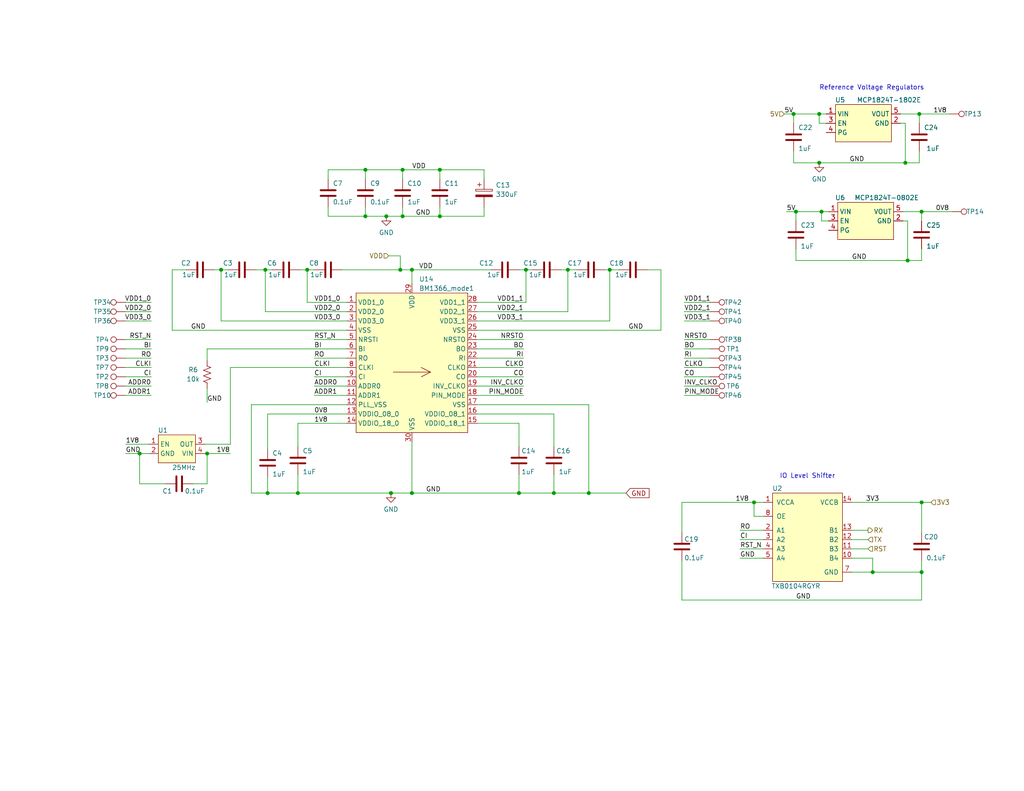
<source format=kicad_sch>
(kicad_sch (version 20230121) (generator eeschema)

  (uuid 5ffa02c9-1f90-4b06-abee-1fc0c47a0c88)

  (paper "A")

  (title_block
    (title "Bitaxe Ultra")
    (date "2023-12-15")
    (rev "205")
  )

  (lib_symbols
    (symbol "Connector:TestPoint" (pin_numbers hide) (pin_names (offset 0.762) hide) (in_bom yes) (on_board yes)
      (property "Reference" "TP" (at 0 6.858 0)
        (effects (font (size 1.27 1.27)))
      )
      (property "Value" "TestPoint" (at 0 5.08 0)
        (effects (font (size 1.27 1.27)))
      )
      (property "Footprint" "" (at 5.08 0 0)
        (effects (font (size 1.27 1.27)) hide)
      )
      (property "Datasheet" "~" (at 5.08 0 0)
        (effects (font (size 1.27 1.27)) hide)
      )
      (property "ki_keywords" "test point tp" (at 0 0 0)
        (effects (font (size 1.27 1.27)) hide)
      )
      (property "ki_description" "test point" (at 0 0 0)
        (effects (font (size 1.27 1.27)) hide)
      )
      (property "ki_fp_filters" "Pin* Test*" (at 0 0 0)
        (effects (font (size 1.27 1.27)) hide)
      )
      (symbol "TestPoint_0_1"
        (circle (center 0 3.302) (radius 0.762)
          (stroke (width 0) (type default))
          (fill (type none))
        )
      )
      (symbol "TestPoint_1_1"
        (pin passive line (at 0 0 90) (length 2.54)
          (name "1" (effects (font (size 1.27 1.27))))
          (number "1" (effects (font (size 1.27 1.27))))
        )
      )
    )
    (symbol "Device:C" (pin_numbers hide) (pin_names (offset 0.254)) (in_bom yes) (on_board yes)
      (property "Reference" "C" (at 0.635 2.54 0)
        (effects (font (size 1.27 1.27)) (justify left))
      )
      (property "Value" "C" (at 0.635 -2.54 0)
        (effects (font (size 1.27 1.27)) (justify left))
      )
      (property "Footprint" "" (at 0.9652 -3.81 0)
        (effects (font (size 1.27 1.27)) hide)
      )
      (property "Datasheet" "~" (at 0 0 0)
        (effects (font (size 1.27 1.27)) hide)
      )
      (property "ki_keywords" "cap capacitor" (at 0 0 0)
        (effects (font (size 1.27 1.27)) hide)
      )
      (property "ki_description" "Unpolarized capacitor" (at 0 0 0)
        (effects (font (size 1.27 1.27)) hide)
      )
      (property "ki_fp_filters" "C_*" (at 0 0 0)
        (effects (font (size 1.27 1.27)) hide)
      )
      (symbol "C_0_1"
        (polyline
          (pts
            (xy -2.032 -0.762)
            (xy 2.032 -0.762)
          )
          (stroke (width 0.508) (type default))
          (fill (type none))
        )
        (polyline
          (pts
            (xy -2.032 0.762)
            (xy 2.032 0.762)
          )
          (stroke (width 0.508) (type default))
          (fill (type none))
        )
      )
      (symbol "C_1_1"
        (pin passive line (at 0 3.81 270) (length 2.794)
          (name "~" (effects (font (size 1.27 1.27))))
          (number "1" (effects (font (size 1.27 1.27))))
        )
        (pin passive line (at 0 -3.81 90) (length 2.794)
          (name "~" (effects (font (size 1.27 1.27))))
          (number "2" (effects (font (size 1.27 1.27))))
        )
      )
    )
    (symbol "Device:C_Polarized" (pin_numbers hide) (pin_names (offset 0.254)) (in_bom yes) (on_board yes)
      (property "Reference" "C" (at 0.635 2.54 0)
        (effects (font (size 1.27 1.27)) (justify left))
      )
      (property "Value" "C_Polarized" (at 0.635 -2.54 0)
        (effects (font (size 1.27 1.27)) (justify left))
      )
      (property "Footprint" "" (at 0.9652 -3.81 0)
        (effects (font (size 1.27 1.27)) hide)
      )
      (property "Datasheet" "~" (at 0 0 0)
        (effects (font (size 1.27 1.27)) hide)
      )
      (property "ki_keywords" "cap capacitor" (at 0 0 0)
        (effects (font (size 1.27 1.27)) hide)
      )
      (property "ki_description" "Polarized capacitor" (at 0 0 0)
        (effects (font (size 1.27 1.27)) hide)
      )
      (property "ki_fp_filters" "CP_*" (at 0 0 0)
        (effects (font (size 1.27 1.27)) hide)
      )
      (symbol "C_Polarized_0_1"
        (rectangle (start -2.286 0.508) (end 2.286 1.016)
          (stroke (width 0) (type default))
          (fill (type none))
        )
        (polyline
          (pts
            (xy -1.778 2.286)
            (xy -0.762 2.286)
          )
          (stroke (width 0) (type default))
          (fill (type none))
        )
        (polyline
          (pts
            (xy -1.27 2.794)
            (xy -1.27 1.778)
          )
          (stroke (width 0) (type default))
          (fill (type none))
        )
        (rectangle (start 2.286 -0.508) (end -2.286 -1.016)
          (stroke (width 0) (type default))
          (fill (type outline))
        )
      )
      (symbol "C_Polarized_1_1"
        (pin passive line (at 0 3.81 270) (length 2.794)
          (name "~" (effects (font (size 1.27 1.27))))
          (number "1" (effects (font (size 1.27 1.27))))
        )
        (pin passive line (at 0 -3.81 90) (length 2.794)
          (name "~" (effects (font (size 1.27 1.27))))
          (number "2" (effects (font (size 1.27 1.27))))
        )
      )
    )
    (symbol "Device:R_US" (pin_numbers hide) (pin_names (offset 0)) (in_bom yes) (on_board yes)
      (property "Reference" "R" (at 2.54 0 90)
        (effects (font (size 1.27 1.27)))
      )
      (property "Value" "R_US" (at -2.54 0 90)
        (effects (font (size 1.27 1.27)))
      )
      (property "Footprint" "" (at 1.016 -0.254 90)
        (effects (font (size 1.27 1.27)) hide)
      )
      (property "Datasheet" "~" (at 0 0 0)
        (effects (font (size 1.27 1.27)) hide)
      )
      (property "ki_keywords" "R res resistor" (at 0 0 0)
        (effects (font (size 1.27 1.27)) hide)
      )
      (property "ki_description" "Resistor, US symbol" (at 0 0 0)
        (effects (font (size 1.27 1.27)) hide)
      )
      (property "ki_fp_filters" "R_*" (at 0 0 0)
        (effects (font (size 1.27 1.27)) hide)
      )
      (symbol "R_US_0_1"
        (polyline
          (pts
            (xy 0 -2.286)
            (xy 0 -2.54)
          )
          (stroke (width 0) (type default))
          (fill (type none))
        )
        (polyline
          (pts
            (xy 0 2.286)
            (xy 0 2.54)
          )
          (stroke (width 0) (type default))
          (fill (type none))
        )
        (polyline
          (pts
            (xy 0 -0.762)
            (xy 1.016 -1.143)
            (xy 0 -1.524)
            (xy -1.016 -1.905)
            (xy 0 -2.286)
          )
          (stroke (width 0) (type default))
          (fill (type none))
        )
        (polyline
          (pts
            (xy 0 0.762)
            (xy 1.016 0.381)
            (xy 0 0)
            (xy -1.016 -0.381)
            (xy 0 -0.762)
          )
          (stroke (width 0) (type default))
          (fill (type none))
        )
        (polyline
          (pts
            (xy 0 2.286)
            (xy 1.016 1.905)
            (xy 0 1.524)
            (xy -1.016 1.143)
            (xy 0 0.762)
          )
          (stroke (width 0) (type default))
          (fill (type none))
        )
      )
      (symbol "R_US_1_1"
        (pin passive line (at 0 3.81 270) (length 1.27)
          (name "~" (effects (font (size 1.27 1.27))))
          (number "1" (effects (font (size 1.27 1.27))))
        )
        (pin passive line (at 0 -3.81 90) (length 1.27)
          (name "~" (effects (font (size 1.27 1.27))))
          (number "2" (effects (font (size 1.27 1.27))))
        )
      )
    )
    (symbol "MCP1824_1" (in_bom yes) (on_board yes)
      (property "Reference" "U" (at -7.62 5.08 0)
        (effects (font (size 1.27 1.27)))
      )
      (property "Value" "MCP1824_1" (at 5.08 5.08 0)
        (effects (font (size 1.27 1.27)))
      )
      (property "Footprint" "Package_TO_SOT_SMD:SOT-23-5" (at 0 0 0)
        (effects (font (size 1.27 1.27)) hide)
      )
      (property "Datasheet" "https://ww1.microchip.com/downloads/en/DeviceDoc/22070a.pdf" (at 0 0 0)
        (effects (font (size 1.27 1.27)) hide)
      )
      (symbol "MCP1824_1_0_1"
        (rectangle (start -7.62 3.81) (end 7.62 -6.35)
          (stroke (width 0.1524) (type default))
          (fill (type background))
        )
      )
      (symbol "MCP1824_1_1_0"
        (pin bidirectional line (at -10.16 1.27 0) (length 2.54)
          (name "VIN" (effects (font (size 1.27 1.27))))
          (number "1" (effects (font (size 1.27 1.27))))
        )
        (pin bidirectional line (at 10.16 -1.27 180) (length 2.54)
          (name "GND" (effects (font (size 1.27 1.27))))
          (number "2" (effects (font (size 1.27 1.27))))
        )
        (pin bidirectional line (at -10.16 -1.27 0) (length 2.54)
          (name "EN" (effects (font (size 1.27 1.27))))
          (number "3" (effects (font (size 1.27 1.27))))
        )
        (pin bidirectional line (at -10.16 -3.81 0) (length 2.54)
          (name "PG" (effects (font (size 1.27 1.27))))
          (number "4" (effects (font (size 1.27 1.27))))
        )
        (pin bidirectional line (at 10.16 1.27 180) (length 2.54)
          (name "VOUT" (effects (font (size 1.27 1.27))))
          (number "5" (effects (font (size 1.27 1.27))))
        )
      )
    )
    (symbol "bitaxe:BM1366_mode1" (in_bom yes) (on_board yes)
      (property "Reference" "U14" (at 1.9559 24.13 0)
        (effects (font (size 1.27 1.27)) (justify left))
      )
      (property "Value" "BM1366_mode1" (at 1.9559 21.59 0)
        (effects (font (size 1.27 1.27)) (justify left))
      )
      (property "Footprint" "bitaxe:BM1366" (at 17.78 -33.02 0)
        (effects (font (size 1.27 1.27)) hide)
      )
      (property "Datasheet" "" (at -7.62 0 0)
        (effects (font (size 1.27 1.27)) hide)
      )
      (symbol "BM1366_mode1_0_1"
        (rectangle (start -15.24 20.32) (end 15.24 -17.78)
          (stroke (width 0) (type default))
          (fill (type background))
        )
        (polyline
          (pts
            (xy 5.08 -1.27)
            (xy -5.08 -1.27)
          )
          (stroke (width 0) (type default))
          (fill (type none))
        )
        (polyline
          (pts
            (xy 5.08 -1.27)
            (xy 2.54 -2.54)
          )
          (stroke (width 0) (type default))
          (fill (type none))
        )
        (polyline
          (pts
            (xy 5.08 -1.27)
            (xy 2.54 0)
          )
          (stroke (width 0) (type default))
          (fill (type none))
        )
      )
      (symbol "BM1366_mode1_1_1"
        (pin power_in line (at -17.78 17.78 0) (length 2.54)
          (name "VDD1_0" (effects (font (size 1.27 1.27))))
          (number "1" (effects (font (size 1.27 1.27))))
        )
        (pin input line (at -17.78 -5.08 0) (length 2.54)
          (name "ADDR0" (effects (font (size 1.27 1.27))))
          (number "10" (effects (font (size 1.27 1.27))))
        )
        (pin input line (at -17.78 -7.62 0) (length 2.54)
          (name "ADDR1" (effects (font (size 1.27 1.27))))
          (number "11" (effects (font (size 1.27 1.27))))
        )
        (pin power_in line (at -17.78 -10.16 0) (length 2.54)
          (name "PLL_VSS" (effects (font (size 1.27 1.27))))
          (number "12" (effects (font (size 1.27 1.27))))
        )
        (pin power_in line (at -17.78 -12.7 0) (length 2.54)
          (name "VDDIO_08_0" (effects (font (size 1.27 1.27))))
          (number "13" (effects (font (size 1.27 1.27))))
        )
        (pin power_in line (at -17.78 -15.24 0) (length 2.54)
          (name "VDDIO_18_0" (effects (font (size 1.27 1.27))))
          (number "14" (effects (font (size 1.27 1.27))))
        )
        (pin power_in line (at 17.78 -15.24 180) (length 2.54)
          (name "VDDIO_18_1" (effects (font (size 1.27 1.27))))
          (number "15" (effects (font (size 1.27 1.27))))
        )
        (pin power_in line (at 17.78 -12.7 180) (length 2.54)
          (name "VDDIO_08_1" (effects (font (size 1.27 1.27))))
          (number "16" (effects (font (size 1.27 1.27))))
        )
        (pin power_in line (at 17.78 -10.16 180) (length 2.54)
          (name "VSS" (effects (font (size 1.27 1.27))))
          (number "17" (effects (font (size 1.27 1.27))))
        )
        (pin input line (at 17.78 -7.62 180) (length 2.54)
          (name "PIN_MODE" (effects (font (size 1.27 1.27))))
          (number "18" (effects (font (size 1.27 1.27))))
        )
        (pin output line (at 17.78 -5.08 180) (length 2.54)
          (name "INV_CLKO" (effects (font (size 1.27 1.27))))
          (number "19" (effects (font (size 1.27 1.27))))
        )
        (pin power_in line (at -17.78 15.24 0) (length 2.54)
          (name "VDD2_0" (effects (font (size 1.27 1.27))))
          (number "2" (effects (font (size 1.27 1.27))))
        )
        (pin output line (at 17.78 -2.54 180) (length 2.54)
          (name "CO" (effects (font (size 1.27 1.27))))
          (number "20" (effects (font (size 1.27 1.27))))
        )
        (pin output line (at 17.78 0 180) (length 2.54)
          (name "CLKO" (effects (font (size 1.27 1.27))))
          (number "21" (effects (font (size 1.27 1.27))))
        )
        (pin input line (at 17.78 2.54 180) (length 2.54)
          (name "RI" (effects (font (size 1.27 1.27))))
          (number "22" (effects (font (size 1.27 1.27))))
        )
        (pin output line (at 17.78 5.08 180) (length 2.54)
          (name "BO" (effects (font (size 1.27 1.27))))
          (number "23" (effects (font (size 1.27 1.27))))
        )
        (pin output line (at 17.78 7.62 180) (length 2.54)
          (name "NRSTO" (effects (font (size 1.27 1.27))))
          (number "24" (effects (font (size 1.27 1.27))))
        )
        (pin power_in line (at 17.78 10.16 180) (length 2.54)
          (name "VSS" (effects (font (size 1.27 1.27))))
          (number "25" (effects (font (size 1.27 1.27))))
        )
        (pin power_in line (at 17.78 12.7 180) (length 2.54)
          (name "VDD3_1" (effects (font (size 1.27 1.27))))
          (number "26" (effects (font (size 1.27 1.27))))
        )
        (pin power_in line (at 17.78 15.24 180) (length 2.54)
          (name "VDD2_1" (effects (font (size 1.27 1.27))))
          (number "27" (effects (font (size 1.27 1.27))))
        )
        (pin power_in line (at 17.78 17.78 180) (length 2.54)
          (name "VDD1_1" (effects (font (size 1.27 1.27))))
          (number "28" (effects (font (size 1.27 1.27))))
        )
        (pin power_in line (at 0 22.86 270) (length 2.54)
          (name "VDD" (effects (font (size 1.27 1.27))))
          (number "29" (effects (font (size 1.27 1.27))))
        )
        (pin power_in line (at -17.78 12.7 0) (length 2.54)
          (name "VDD3_0" (effects (font (size 1.27 1.27))))
          (number "3" (effects (font (size 1.27 1.27))))
        )
        (pin power_in line (at 0 -20.32 90) (length 2.54)
          (name "VSS" (effects (font (size 1.27 1.27))))
          (number "30" (effects (font (size 1.27 1.27))))
        )
        (pin power_in line (at -17.78 10.16 0) (length 2.54)
          (name "VSS" (effects (font (size 1.27 1.27))))
          (number "4" (effects (font (size 1.27 1.27))))
        )
        (pin input line (at -17.78 7.62 0) (length 2.54)
          (name "NRSTI" (effects (font (size 1.27 1.27))))
          (number "5" (effects (font (size 1.27 1.27))))
        )
        (pin input line (at -17.78 5.08 0) (length 2.54)
          (name "BI" (effects (font (size 1.27 1.27))))
          (number "6" (effects (font (size 1.27 1.27))))
        )
        (pin output line (at -17.78 2.54 0) (length 2.54)
          (name "RO" (effects (font (size 1.27 1.27))))
          (number "7" (effects (font (size 1.27 1.27))))
        )
        (pin input line (at -17.78 0 0) (length 2.54)
          (name "CLKI" (effects (font (size 1.27 1.27))))
          (number "8" (effects (font (size 1.27 1.27))))
        )
        (pin input line (at -17.78 -2.54 0) (length 2.54)
          (name "CI" (effects (font (size 1.27 1.27))))
          (number "9" (effects (font (size 1.27 1.27))))
        )
      )
    )
    (symbol "bitaxe:MCP1824" (in_bom yes) (on_board yes)
      (property "Reference" "U" (at -7.62 5.08 0)
        (effects (font (size 1.27 1.27)))
      )
      (property "Value" "MCP1824" (at 5.08 5.08 0)
        (effects (font (size 1.27 1.27)))
      )
      (property "Footprint" "Package_TO_SOT_SMD:SOT-23-5" (at 0 0 0)
        (effects (font (size 1.27 1.27)) hide)
      )
      (property "Datasheet" "https://ww1.microchip.com/downloads/en/DeviceDoc/22070a.pdf" (at 0 0 0)
        (effects (font (size 1.27 1.27)) hide)
      )
      (symbol "MCP1824_0_1"
        (rectangle (start -7.62 3.81) (end 7.62 -6.35)
          (stroke (width 0.1524) (type default))
          (fill (type background))
        )
      )
      (symbol "MCP1824_1_0"
        (pin bidirectional line (at -10.16 1.27 0) (length 2.54)
          (name "VIN" (effects (font (size 1.27 1.27))))
          (number "1" (effects (font (size 1.27 1.27))))
        )
        (pin bidirectional line (at 10.16 -1.27 180) (length 2.54)
          (name "GND" (effects (font (size 1.27 1.27))))
          (number "2" (effects (font (size 1.27 1.27))))
        )
        (pin bidirectional line (at -10.16 -1.27 0) (length 2.54)
          (name "EN" (effects (font (size 1.27 1.27))))
          (number "3" (effects (font (size 1.27 1.27))))
        )
        (pin bidirectional line (at -10.16 -3.81 0) (length 2.54)
          (name "PG" (effects (font (size 1.27 1.27))))
          (number "4" (effects (font (size 1.27 1.27))))
        )
        (pin bidirectional line (at 10.16 1.27 180) (length 2.54)
          (name "VOUT" (effects (font (size 1.27 1.27))))
          (number "5" (effects (font (size 1.27 1.27))))
        )
      )
    )
    (symbol "bitaxe:TXB0104RGYR" (pin_names (offset 1.016)) (in_bom yes) (on_board yes)
      (property "Reference" "U" (at -8.89 12.7 0)
        (effects (font (size 1.27 1.27)) (justify left bottom))
      )
      (property "Value" "TXB0104RGYR" (at -8.89 -11.43 0)
        (effects (font (size 1.27 1.27)) (justify left top))
      )
      (property "Footprint" "" (at 26.67 -34.29 0)
        (effects (font (size 1.27 1.27)) (justify bottom) hide)
      )
      (property "Datasheet" "" (at 0 0 0)
        (effects (font (size 1.27 1.27)) hide)
      )
      (symbol "TXB0104RGYR_0_0"
        (rectangle (start -8.89 12.7) (end 10.16 -11.43)
          (stroke (width 0.1524) (type default))
          (fill (type background))
        )
        (pin power_in line (at -11.43 10.16 0) (length 2.54)
          (name "VCCA" (effects (font (size 1.27 1.27))))
          (number "1" (effects (font (size 1.27 1.27))))
        )
        (pin bidirectional line (at 12.7 -5.08 180) (length 2.54)
          (name "B4" (effects (font (size 1.27 1.27))))
          (number "10" (effects (font (size 1.27 1.27))))
        )
        (pin bidirectional line (at 12.7 -2.54 180) (length 2.54)
          (name "B3" (effects (font (size 1.27 1.27))))
          (number "11" (effects (font (size 1.27 1.27))))
        )
        (pin bidirectional line (at 12.7 0 180) (length 2.54)
          (name "B2" (effects (font (size 1.27 1.27))))
          (number "12" (effects (font (size 1.27 1.27))))
        )
        (pin bidirectional line (at 12.7 2.54 180) (length 2.54)
          (name "B1" (effects (font (size 1.27 1.27))))
          (number "13" (effects (font (size 1.27 1.27))))
        )
        (pin power_in line (at 12.7 10.16 180) (length 2.54)
          (name "VCCB" (effects (font (size 1.27 1.27))))
          (number "14" (effects (font (size 1.27 1.27))))
        )
        (pin passive line (at 12.7 -8.89 180) (length 2.54) hide
          (name "GND" (effects (font (size 1.27 1.27))))
          (number "15" (effects (font (size 1.27 1.27))))
        )
        (pin passive line (at 12.7 -8.89 180) (length 2.54) hide
          (name "GND" (effects (font (size 1.27 1.27))))
          (number "16" (effects (font (size 1.27 1.27))))
        )
        (pin passive line (at 12.7 -8.89 180) (length 2.54) hide
          (name "GND" (effects (font (size 1.27 1.27))))
          (number "17" (effects (font (size 1.27 1.27))))
        )
        (pin passive line (at 12.7 -8.89 180) (length 2.54) hide
          (name "GND" (effects (font (size 1.27 1.27))))
          (number "18" (effects (font (size 1.27 1.27))))
        )
        (pin passive line (at 12.7 -8.89 180) (length 2.54) hide
          (name "GND" (effects (font (size 1.27 1.27))))
          (number "19" (effects (font (size 1.27 1.27))))
        )
        (pin bidirectional line (at -11.43 2.54 0) (length 2.54)
          (name "A1" (effects (font (size 1.27 1.27))))
          (number "2" (effects (font (size 1.27 1.27))))
        )
        (pin bidirectional line (at -11.43 0 0) (length 2.54)
          (name "A2" (effects (font (size 1.27 1.27))))
          (number "3" (effects (font (size 1.27 1.27))))
        )
        (pin bidirectional line (at -11.43 -2.54 0) (length 2.54)
          (name "A3" (effects (font (size 1.27 1.27))))
          (number "4" (effects (font (size 1.27 1.27))))
        )
        (pin bidirectional line (at -11.43 -5.08 0) (length 2.54)
          (name "A4" (effects (font (size 1.27 1.27))))
          (number "5" (effects (font (size 1.27 1.27))))
        )
        (pin power_in line (at 12.7 -8.89 180) (length 2.54)
          (name "GND" (effects (font (size 1.27 1.27))))
          (number "7" (effects (font (size 1.27 1.27))))
        )
        (pin input line (at -11.43 6.35 0) (length 2.54)
          (name "OE" (effects (font (size 1.27 1.27))))
          (number "8" (effects (font (size 1.27 1.27))))
        )
      )
      (symbol "TXB0104RGYR_1_1"
        (pin no_connect line (at -11.43 -8.89 0) (length 2.54) hide
          (name "NC" (effects (font (size 1.27 1.27))))
          (number "6" (effects (font (size 1.27 1.27))))
        )
        (pin no_connect line (at -11.43 -8.89 0) (length 2.54) hide
          (name "NC" (effects (font (size 1.27 1.27))))
          (number "9" (effects (font (size 1.27 1.27))))
        )
      )
    )
    (symbol "bitaxe:oscillator" (in_bom yes) (on_board yes)
      (property "Reference" "U" (at -3.81 5.08 0)
        (effects (font (size 1.27 1.27)))
      )
      (property "Value" "oscillator" (at 0 -5.08 0)
        (effects (font (size 1.27 1.27)))
      )
      (property "Footprint" "" (at -1.27 -1.27 0)
        (effects (font (size 1.27 1.27)) hide)
      )
      (property "Datasheet" "" (at -1.27 -1.27 0)
        (effects (font (size 1.27 1.27)) hide)
      )
      (symbol "oscillator_0_1"
        (rectangle (start -5.08 3.81) (end 5.08 -3.81)
          (stroke (width 0.1524) (type default))
          (fill (type background))
        )
      )
      (symbol "oscillator_1_0"
        (pin bidirectional line (at -7.62 1.27 0) (length 2.54)
          (name "EN" (effects (font (size 1.27 1.27))))
          (number "1" (effects (font (size 1.27 1.27))))
        )
        (pin bidirectional line (at -7.62 -1.27 0) (length 2.54)
          (name "GND" (effects (font (size 1.27 1.27))))
          (number "2" (effects (font (size 1.27 1.27))))
        )
        (pin bidirectional line (at 7.62 1.27 180) (length 2.54)
          (name "OUT" (effects (font (size 1.27 1.27))))
          (number "3" (effects (font (size 1.27 1.27))))
        )
        (pin bidirectional line (at 7.62 -1.27 180) (length 2.54)
          (name "VIN" (effects (font (size 1.27 1.27))))
          (number "4" (effects (font (size 1.27 1.27))))
        )
      )
    )
    (symbol "power:GND" (power) (pin_names (offset 0)) (in_bom yes) (on_board yes)
      (property "Reference" "#PWR" (at 0 -6.35 0)
        (effects (font (size 1.27 1.27)) hide)
      )
      (property "Value" "GND" (at 0 -3.81 0)
        (effects (font (size 1.27 1.27)))
      )
      (property "Footprint" "" (at 0 0 0)
        (effects (font (size 1.27 1.27)) hide)
      )
      (property "Datasheet" "" (at 0 0 0)
        (effects (font (size 1.27 1.27)) hide)
      )
      (property "ki_keywords" "power-flag" (at 0 0 0)
        (effects (font (size 1.27 1.27)) hide)
      )
      (property "ki_description" "Power symbol creates a global label with name \"GND\" , ground" (at 0 0 0)
        (effects (font (size 1.27 1.27)) hide)
      )
      (symbol "GND_0_1"
        (polyline
          (pts
            (xy 0 0)
            (xy 0 -1.27)
            (xy 1.27 -1.27)
            (xy 0 -2.54)
            (xy -1.27 -1.27)
            (xy 0 -1.27)
          )
          (stroke (width 0) (type default))
          (fill (type none))
        )
      )
      (symbol "GND_1_1"
        (pin power_in line (at 0 0 270) (length 0) hide
          (name "GND" (effects (font (size 1.27 1.27))))
          (number "1" (effects (font (size 1.27 1.27))))
        )
      )
    )
  )

  (junction (at 120.015 46.355) (diameter 0) (color 0 0 0 0)
    (uuid 0851d20e-8ad2-477b-a8f7-dd515a38cf6c)
  )
  (junction (at 112.395 134.62) (diameter 0) (color 0 0 0 0)
    (uuid 0ac9cc44-9670-4629-a58a-e8de3ed082b2)
  )
  (junction (at 143.51 73.66) (diameter 0) (color 0 0 0 0)
    (uuid 0cbf69bd-c8ea-4a66-b52e-4519d0df25c7)
  )
  (junction (at 223.52 44.45) (diameter 0) (color 0 0 0 0)
    (uuid 12ff42b4-53a4-4be3-ac55-150a211b2551)
  )
  (junction (at 154.94 73.66) (diameter 0) (color 0 0 0 0)
    (uuid 1a72f62a-17d2-4b17-bf61-537e5c63d053)
  )
  (junction (at 216.535 31.115) (diameter 0.9144) (color 0 0 0 0)
    (uuid 1b9d722a-11b7-47c8-abc3-9071b5069b98)
  )
  (junction (at 160.655 134.62) (diameter 0) (color 0 0 0 0)
    (uuid 1d8883e8-7fff-4855-975c-9a4011bbb1bc)
  )
  (junction (at 81.28 134.62) (diameter 0) (color 0 0 0 0)
    (uuid 1e39870e-a0c5-4eb2-b80d-38b7f9275f04)
  )
  (junction (at 224.155 57.785) (diameter 0) (color 0 0 0 0)
    (uuid 1fa71d1b-ec54-4c51-864e-b39819639d15)
  )
  (junction (at 251.46 156.21) (diameter 0) (color 0 0 0 0)
    (uuid 206096e0-cda0-4fb8-9ca5-043b03c85123)
  )
  (junction (at 105.41 59.055) (diameter 0) (color 0 0 0 0)
    (uuid 2bd4b0a7-25cd-48e9-a47d-3f18c837da09)
  )
  (junction (at 60.325 73.66) (diameter 0) (color 0 0 0 0)
    (uuid 2e1479b1-f8b5-47a1-b67e-a3e75777babe)
  )
  (junction (at 73.025 134.62) (diameter 0) (color 0 0 0 0)
    (uuid 300ad630-d298-410a-b104-40db8af7473b)
  )
  (junction (at 106.68 134.62) (diameter 0) (color 0 0 0 0)
    (uuid 30cbebcd-cb77-43db-84cc-b6ee5b2e7eda)
  )
  (junction (at 247.65 71.12) (diameter 0.9144) (color 0 0 0 0)
    (uuid 3397a744-0954-44dd-be89-d1a8dcf27169)
  )
  (junction (at 38.1 123.825) (diameter 0) (color 0 0 0 0)
    (uuid 5f29fdb3-7530-4e39-bbfe-f1a281fc65d8)
  )
  (junction (at 250.825 31.115) (diameter 0.9144) (color 0 0 0 0)
    (uuid 639002bd-d061-42f6-b2ed-27770318f041)
  )
  (junction (at 151.13 134.62) (diameter 0) (color 0 0 0 0)
    (uuid 724e6829-7b1b-4335-b0c8-df8abc31c84d)
  )
  (junction (at 217.17 57.785) (diameter 0.9144) (color 0 0 0 0)
    (uuid 785ba2ec-5419-4ea0-b85c-bbff77e5b7f2)
  )
  (junction (at 247.015 44.45) (diameter 0.9144) (color 0 0 0 0)
    (uuid 97f0b799-6ee0-4df7-ae5b-d852aba30890)
  )
  (junction (at 223.52 31.115) (diameter 0) (color 0 0 0 0)
    (uuid 9d609939-1111-44f5-9c10-4ed9527757f3)
  )
  (junction (at 109.22 73.66) (diameter 0) (color 0 0 0 0)
    (uuid a0214b78-b765-4f70-a9a7-2f319d318bfe)
  )
  (junction (at 99.695 46.355) (diameter 0.9144) (color 0 0 0 0)
    (uuid a28a4d26-9982-444b-9422-8f7d57b247be)
  )
  (junction (at 112.395 73.66) (diameter 0) (color 0 0 0 0)
    (uuid a4103822-fb27-4394-b7f4-af1abd1cb5a5)
  )
  (junction (at 99.695 59.055) (diameter 0.9144) (color 0 0 0 0)
    (uuid ba7cfd00-9118-4b8b-96b5-06bfdbff4099)
  )
  (junction (at 72.39 73.66) (diameter 0) (color 0 0 0 0)
    (uuid c2680363-2260-4597-ad3d-619251943624)
  )
  (junction (at 120.015 59.055) (diameter 0) (color 0 0 0 0)
    (uuid cb1e9a55-bbc0-4865-9ee8-29e1ff378d0c)
  )
  (junction (at 109.855 46.355) (diameter 0.9144) (color 0 0 0 0)
    (uuid cf8e574a-6211-4cdb-98e7-7c781252246e)
  )
  (junction (at 109.855 59.055) (diameter 0.9144) (color 0 0 0 0)
    (uuid d816482e-e2eb-4e10-bc74-d58ab8889549)
  )
  (junction (at 83.82 73.66) (diameter 0) (color 0 0 0 0)
    (uuid da727032-0fae-457f-ac17-f1297f837f17)
  )
  (junction (at 205.74 137.16) (diameter 0) (color 0 0 0 0)
    (uuid de6e28b8-47aa-446a-9cde-c257728c350a)
  )
  (junction (at 238.125 156.21) (diameter 0) (color 0 0 0 0)
    (uuid e248a730-8f21-4bd6-a408-b9c1b08cc5e9)
  )
  (junction (at 56.515 123.825) (diameter 0) (color 0 0 0 0)
    (uuid e49e832a-f388-4221-8c7a-0c0dbb8f9bf5)
  )
  (junction (at 141.605 134.62) (diameter 0) (color 0 0 0 0)
    (uuid f53d386d-ebb9-46a3-b7a4-e458192522c9)
  )
  (junction (at 166.37 73.66) (diameter 0) (color 0 0 0 0)
    (uuid fada7cdf-a6cd-4dcc-a109-25ed47e57ef9)
  )
  (junction (at 251.46 137.16) (diameter 0) (color 0 0 0 0)
    (uuid fdee9624-9483-4378-98cb-f6276e9e87be)
  )
  (junction (at 251.46 57.785) (diameter 0.9144) (color 0 0 0 0)
    (uuid ff863ce4-9e9a-40bc-8827-8ecb95495553)
  )

  (wire (pts (xy 34.29 121.285) (xy 40.64 121.285))
    (stroke (width 0) (type default))
    (uuid 011cba72-9a50-4d3c-b79b-1c733b20cd2c)
  )
  (wire (pts (xy 132.08 48.895) (xy 132.08 46.355))
    (stroke (width 0) (type default))
    (uuid 0288d709-7d76-49b8-8166-c889ce69b398)
  )
  (wire (pts (xy 55.88 123.825) (xy 56.515 123.825))
    (stroke (width 0) (type default))
    (uuid 05b47d66-a206-4923-911b-6a59c4a414ab)
  )
  (wire (pts (xy 34.29 85.09) (xy 41.275 85.09))
    (stroke (width 0) (type default))
    (uuid 08959a64-5c8f-4e15-a9a5-9e27ea1912e1)
  )
  (wire (pts (xy 34.29 87.63) (xy 41.275 87.63))
    (stroke (width 0) (type default))
    (uuid 0ab7de70-4f62-42a9-872a-0ea24f53e5df)
  )
  (wire (pts (xy 166.37 87.63) (xy 166.37 73.66))
    (stroke (width 0) (type default))
    (uuid 0b49a663-29f7-403c-8ecd-83cc393c4575)
  )
  (wire (pts (xy 180.34 90.17) (xy 180.34 73.66))
    (stroke (width 0) (type default))
    (uuid 0ec38679-7936-4694-b14e-6adf06f61fca)
  )
  (wire (pts (xy 154.94 85.09) (xy 154.94 73.66))
    (stroke (width 0) (type default))
    (uuid 0ed0c2fe-2d3c-4a6d-84fc-4ea92d453832)
  )
  (wire (pts (xy 34.29 102.87) (xy 41.275 102.87))
    (stroke (width 0) (type default))
    (uuid 0f226f27-58a6-4bff-983c-03baf564cf41)
  )
  (wire (pts (xy 85.725 102.87) (xy 94.615 102.87))
    (stroke (width 0) (type default))
    (uuid 108651fa-ca57-43b9-947f-b0756fca0962)
  )
  (wire (pts (xy 186.69 100.33) (xy 193.675 100.33))
    (stroke (width 0) (type default))
    (uuid 11fcdb2c-f63a-4003-966e-e70e842aaf33)
  )
  (wire (pts (xy 68.58 134.62) (xy 73.025 134.62))
    (stroke (width 0) (type default))
    (uuid 15bed64f-a222-40a6-b39d-93025601e9e3)
  )
  (wire (pts (xy 38.1 123.825) (xy 40.64 123.825))
    (stroke (width 0) (type default))
    (uuid 17daafab-1b03-4466-9638-15f72c2b95bc)
  )
  (wire (pts (xy 186.055 137.16) (xy 205.74 137.16))
    (stroke (width 0) (type default))
    (uuid 1d293ca7-6569-4dbc-a54b-bfa17b1cd92a)
  )
  (wire (pts (xy 238.125 152.4) (xy 238.125 156.21))
    (stroke (width 0) (type default))
    (uuid 1d775e4a-f296-4593-9eb5-c64bc8ca1e82)
  )
  (wire (pts (xy 232.41 149.86) (xy 236.855 149.86))
    (stroke (width 0) (type default))
    (uuid 1e29c6ca-6745-41bf-8656-d3fafefd4809)
  )
  (wire (pts (xy 105.41 59.055) (xy 99.695 59.055))
    (stroke (width 0) (type solid))
    (uuid 1e609ad5-6f75-47aa-87a1-e453c82485ea)
  )
  (wire (pts (xy 112.395 120.65) (xy 112.395 134.62))
    (stroke (width 0) (type default))
    (uuid 201f37aa-affc-4bc3-9f76-089f42294b1e)
  )
  (wire (pts (xy 34.29 97.79) (xy 41.275 97.79))
    (stroke (width 0) (type default))
    (uuid 234a82fc-aee2-4730-a96b-4a7f92924032)
  )
  (wire (pts (xy 109.22 73.66) (xy 112.395 73.66))
    (stroke (width 0) (type default))
    (uuid 23e5e8b6-cf4e-473e-b5dd-6742242a9cb0)
  )
  (wire (pts (xy 112.395 134.62) (xy 141.605 134.62))
    (stroke (width 0) (type default))
    (uuid 25a469b6-f15e-4536-b301-5ac736f1c6d6)
  )
  (wire (pts (xy 250.825 41.275) (xy 250.825 44.45))
    (stroke (width 0) (type default))
    (uuid 26ff4025-b565-4a43-b00f-8b1d81eb641f)
  )
  (wire (pts (xy 247.015 33.655) (xy 245.745 33.655))
    (stroke (width 0) (type default))
    (uuid 2a338d73-d129-4631-a23e-797c77786c83)
  )
  (wire (pts (xy 217.17 57.785) (xy 224.155 57.785))
    (stroke (width 0) (type solid))
    (uuid 2a47ac36-cd5e-4dc8-9700-f6668466aef5)
  )
  (wire (pts (xy 186.69 105.41) (xy 193.675 105.41))
    (stroke (width 0) (type default))
    (uuid 2c3c0433-f3a9-406b-9573-f784de16af77)
  )
  (wire (pts (xy 56.515 123.825) (xy 62.865 123.825))
    (stroke (width 0) (type default))
    (uuid 2e60bf3d-1196-431c-8a1e-95b749b6e02b)
  )
  (wire (pts (xy 130.175 105.41) (xy 142.875 105.41))
    (stroke (width 0) (type default))
    (uuid 2f8ef97c-5a65-4fac-8295-82beabcf3736)
  )
  (wire (pts (xy 151.13 129.54) (xy 151.13 134.62))
    (stroke (width 0) (type default))
    (uuid 3108f9ed-8aef-48bb-8896-50e870a93233)
  )
  (wire (pts (xy 186.69 85.09) (xy 193.675 85.09))
    (stroke (width 0) (type default))
    (uuid 327c299d-9ba8-43a7-8791-0c337ab45328)
  )
  (wire (pts (xy 201.93 149.86) (xy 208.28 149.86))
    (stroke (width 0) (type default))
    (uuid 32f43f57-fc8d-4661-a125-b5fd5813c0a4)
  )
  (wire (pts (xy 34.29 123.825) (xy 38.1 123.825))
    (stroke (width 0) (type default))
    (uuid 348a3078-b92b-4ce2-bbc4-cf69c989fd35)
  )
  (wire (pts (xy 186.69 92.71) (xy 193.675 92.71))
    (stroke (width 0) (type default))
    (uuid 37632744-28eb-4e78-b9bd-c0c632ecabb5)
  )
  (wire (pts (xy 130.175 92.71) (xy 142.875 92.71))
    (stroke (width 0) (type default))
    (uuid 37d564ac-19c2-4ed8-b68e-d0f7595d7abc)
  )
  (wire (pts (xy 251.46 156.21) (xy 251.46 163.83))
    (stroke (width 0) (type default))
    (uuid 39a8fdd0-9383-4713-813b-b5ffd7eb5939)
  )
  (wire (pts (xy 130.175 82.55) (xy 143.51 82.55))
    (stroke (width 0) (type default))
    (uuid 3c1ece34-35bb-4cc8-85df-b9d37f4ce012)
  )
  (wire (pts (xy 247.65 60.325) (xy 246.38 60.325))
    (stroke (width 0) (type default))
    (uuid 3c416bba-b93f-48b4-9225-be45b16dc934)
  )
  (wire (pts (xy 56.515 132.08) (xy 56.515 123.825))
    (stroke (width 0) (type default))
    (uuid 3d266adc-e742-4985-b77d-3bc681d3a4ac)
  )
  (wire (pts (xy 99.695 48.895) (xy 99.695 46.355))
    (stroke (width 0) (type solid))
    (uuid 4295495c-00fb-4872-b0a1-809a6f1dab9a)
  )
  (wire (pts (xy 250.825 44.45) (xy 247.015 44.45))
    (stroke (width 0) (type solid))
    (uuid 44566a8b-5ece-49b4-a0d0-589db5bcface)
  )
  (wire (pts (xy 109.855 56.515) (xy 109.855 59.055))
    (stroke (width 0) (type solid))
    (uuid 45364d30-9d1f-413a-9c6e-00b809c6219d)
  )
  (wire (pts (xy 151.13 113.03) (xy 151.13 121.92))
    (stroke (width 0) (type default))
    (uuid 4668334b-ed59-4a62-b56b-de1f775de585)
  )
  (wire (pts (xy 217.17 67.945) (xy 217.17 71.12))
    (stroke (width 0) (type default))
    (uuid 46a5e2a2-690e-4a7e-abb5-1d4be80402df)
  )
  (wire (pts (xy 130.175 110.49) (xy 160.655 110.49))
    (stroke (width 0) (type default))
    (uuid 49f63362-aeb2-44f0-af0c-21ce16050de2)
  )
  (wire (pts (xy 208.28 140.97) (xy 205.74 140.97))
    (stroke (width 0) (type default))
    (uuid 4affca47-8913-4bd6-b913-43e392df5f82)
  )
  (wire (pts (xy 81.28 115.57) (xy 94.615 115.57))
    (stroke (width 0) (type default))
    (uuid 4b80d40a-0722-49bf-8779-65d04103ec19)
  )
  (wire (pts (xy 52.705 132.08) (xy 56.515 132.08))
    (stroke (width 0) (type default))
    (uuid 4d82eb39-13e9-4f50-9a58-9ef372da61ff)
  )
  (wire (pts (xy 232.41 152.4) (xy 238.125 152.4))
    (stroke (width 0) (type default))
    (uuid 4dad6d3a-1834-4771-aae5-27d404170e0a)
  )
  (wire (pts (xy 217.17 57.785) (xy 217.17 60.325))
    (stroke (width 0) (type solid))
    (uuid 4e0c685c-e03d-4614-84b9-aaab7c2e7dd9)
  )
  (wire (pts (xy 247.65 71.12) (xy 217.17 71.12))
    (stroke (width 0) (type solid))
    (uuid 533dd237-31de-40fc-ab27-12f55432b9bd)
  )
  (wire (pts (xy 141.605 73.66) (xy 143.51 73.66))
    (stroke (width 0) (type default))
    (uuid 53a65944-728c-4deb-9e9d-3b4120e690d6)
  )
  (wire (pts (xy 251.46 67.945) (xy 251.46 71.12))
    (stroke (width 0) (type default))
    (uuid 5438dc65-80b0-4313-b5b1-1c6fad3828f9)
  )
  (wire (pts (xy 201.93 144.78) (xy 208.28 144.78))
    (stroke (width 0) (type default))
    (uuid 5468016c-4616-45bf-b5dd-6b0620d86963)
  )
  (wire (pts (xy 109.855 48.895) (xy 109.855 46.355))
    (stroke (width 0) (type solid))
    (uuid 568f9d44-6d08-4ac5-844e-478f85a44e46)
  )
  (wire (pts (xy 151.13 134.62) (xy 160.655 134.62))
    (stroke (width 0) (type default))
    (uuid 58be599b-a797-4d9f-b9ac-01772a14cbea)
  )
  (wire (pts (xy 251.46 57.785) (xy 259.715 57.785))
    (stroke (width 0) (type solid))
    (uuid 5a3a583d-9567-4998-b31a-f66dae6f737b)
  )
  (wire (pts (xy 81.915 73.66) (xy 83.82 73.66))
    (stroke (width 0) (type default))
    (uuid 5c514e94-c2c5-462e-a204-c9ac53c7587b)
  )
  (wire (pts (xy 186.69 95.25) (xy 193.675 95.25))
    (stroke (width 0) (type default))
    (uuid 5dc5a257-044d-4719-8cde-0e2c41aa079a)
  )
  (wire (pts (xy 153.035 73.66) (xy 154.94 73.66))
    (stroke (width 0) (type default))
    (uuid 5dd792cc-6d53-4451-b8d3-fccb8719ba5c)
  )
  (wire (pts (xy 251.46 71.12) (xy 247.65 71.12))
    (stroke (width 0) (type solid))
    (uuid 5de55934-f192-4fd7-b0c6-a05744947507)
  )
  (wire (pts (xy 109.22 69.85) (xy 109.22 73.66))
    (stroke (width 0) (type default))
    (uuid 5e6bbf9d-759f-4298-9252-269e5e38f298)
  )
  (wire (pts (xy 224.155 60.325) (xy 224.155 57.785))
    (stroke (width 0) (type solid))
    (uuid 5fd64476-bc10-4c5c-9354-efe3d642c953)
  )
  (wire (pts (xy 216.535 41.275) (xy 216.535 44.45))
    (stroke (width 0) (type default))
    (uuid 60f8606b-33cb-4d95-bdfb-63f932d62484)
  )
  (wire (pts (xy 72.39 73.66) (xy 74.295 73.66))
    (stroke (width 0) (type default))
    (uuid 61c491cc-f1ed-481a-9caf-a8ddadd1cbf6)
  )
  (wire (pts (xy 85.725 105.41) (xy 94.615 105.41))
    (stroke (width 0) (type default))
    (uuid 6253f5d0-969d-4362-81bc-b301e025b957)
  )
  (wire (pts (xy 223.52 31.115) (xy 225.425 31.115))
    (stroke (width 0) (type default))
    (uuid 673ce698-66cd-4b45-88bc-82d33e44422d)
  )
  (wire (pts (xy 60.325 87.63) (xy 60.325 73.66))
    (stroke (width 0) (type default))
    (uuid 6b1a1955-7220-4356-9302-02189fc18744)
  )
  (wire (pts (xy 247.65 60.325) (xy 247.65 71.12))
    (stroke (width 0) (type solid))
    (uuid 6ea6f2c2-a364-49d7-b9b4-f9ffb1e2b46f)
  )
  (wire (pts (xy 120.015 59.055) (xy 109.855 59.055))
    (stroke (width 0) (type solid))
    (uuid 7133b2c2-f5aa-477a-a942-b26c933aca60)
  )
  (wire (pts (xy 69.85 73.66) (xy 72.39 73.66))
    (stroke (width 0) (type default))
    (uuid 71fca8d9-4806-484d-adc1-db56807d2059)
  )
  (wire (pts (xy 251.46 137.16) (xy 254 137.16))
    (stroke (width 0) (type default))
    (uuid 7511523c-f5e7-4366-9d15-dc34824fc06b)
  )
  (wire (pts (xy 251.46 137.16) (xy 251.46 145.415))
    (stroke (width 0) (type default))
    (uuid 75463381-9636-4b24-9901-7921422db08f)
  )
  (wire (pts (xy 34.29 95.25) (xy 41.275 95.25))
    (stroke (width 0) (type default))
    (uuid 7648c255-fd8b-4115-a46f-16f5df16625e)
  )
  (wire (pts (xy 73.025 130.175) (xy 73.025 134.62))
    (stroke (width 0) (type default))
    (uuid 76fba296-8e98-435f-85bf-a5a231bfc784)
  )
  (wire (pts (xy 46.99 73.66) (xy 50.8 73.66))
    (stroke (width 0) (type default))
    (uuid 777cd71b-735a-4358-a49b-42043c0451a0)
  )
  (wire (pts (xy 143.51 73.66) (xy 145.415 73.66))
    (stroke (width 0) (type default))
    (uuid 7c236c5e-c518-41fd-9274-ae652797e675)
  )
  (wire (pts (xy 73.025 134.62) (xy 81.28 134.62))
    (stroke (width 0) (type default))
    (uuid 7c851f3e-f47f-442a-8f2b-69f7d91ddb1c)
  )
  (wire (pts (xy 186.69 97.79) (xy 193.675 97.79))
    (stroke (width 0) (type default))
    (uuid 7d8e95de-a22a-4a1a-a98e-811fe54389bf)
  )
  (wire (pts (xy 232.41 147.32) (xy 236.855 147.32))
    (stroke (width 0) (type default))
    (uuid 7df7c2b0-fceb-4165-a47a-1f453c923ee4)
  )
  (wire (pts (xy 130.175 87.63) (xy 166.37 87.63))
    (stroke (width 0) (type default))
    (uuid 7e0f9769-648f-4b8b-abd8-872e00ba9069)
  )
  (wire (pts (xy 223.52 33.655) (xy 225.425 33.655))
    (stroke (width 0) (type default))
    (uuid 7f75d94b-c3a0-43c9-9a52-8be9c37974c1)
  )
  (wire (pts (xy 232.41 156.21) (xy 238.125 156.21))
    (stroke (width 0) (type default))
    (uuid 8346407c-6123-4c32-bab5-2ff838acf317)
  )
  (wire (pts (xy 130.175 90.17) (xy 180.34 90.17))
    (stroke (width 0) (type default))
    (uuid 838188b9-05e6-4cf2-9a42-4e9450e0c71e)
  )
  (wire (pts (xy 34.29 82.55) (xy 41.275 82.55))
    (stroke (width 0) (type default))
    (uuid 8544cb86-6821-4b96-affc-ba05114af7b2)
  )
  (wire (pts (xy 130.175 107.95) (xy 142.875 107.95))
    (stroke (width 0) (type default))
    (uuid 86431e2c-fdb0-4ae1-8d56-5ed975e15dec)
  )
  (wire (pts (xy 83.82 82.55) (xy 94.615 82.55))
    (stroke (width 0) (type default))
    (uuid 8797d650-4e36-4d88-ad33-47620b8dd5eb)
  )
  (wire (pts (xy 99.695 59.055) (xy 89.535 59.055))
    (stroke (width 0) (type solid))
    (uuid 88dc6692-fef1-48b7-a3e2-7a26be6287ec)
  )
  (wire (pts (xy 133.985 73.66) (xy 112.395 73.66))
    (stroke (width 0) (type default))
    (uuid 890ccc9c-3328-4390-9a61-70d576c11eaa)
  )
  (wire (pts (xy 60.325 73.66) (xy 62.23 73.66))
    (stroke (width 0) (type default))
    (uuid 8b601698-c065-4325-9194-6a2570c92fb7)
  )
  (wire (pts (xy 73.025 113.03) (xy 73.025 122.555))
    (stroke (width 0) (type default))
    (uuid 8dd903cd-8dbf-49c6-9d53-8105c6916b4f)
  )
  (wire (pts (xy 224.155 57.785) (xy 226.06 57.785))
    (stroke (width 0) (type default))
    (uuid 8f7b1fea-5982-4b7e-8f5e-aa0f95714314)
  )
  (wire (pts (xy 93.345 73.66) (xy 109.22 73.66))
    (stroke (width 0) (type default))
    (uuid 90ace73c-3c31-439f-a993-ebb10d726416)
  )
  (wire (pts (xy 85.725 107.95) (xy 94.615 107.95))
    (stroke (width 0) (type default))
    (uuid 91cf980f-0308-4b2c-9c9b-23ba91a8c966)
  )
  (wire (pts (xy 73.025 113.03) (xy 94.615 113.03))
    (stroke (width 0) (type default))
    (uuid 92785228-3c09-41ae-b0fb-191181b039f4)
  )
  (wire (pts (xy 89.535 56.515) (xy 89.535 59.055))
    (stroke (width 0) (type solid))
    (uuid 92c49a2d-0ac1-409c-8864-90a490c81819)
  )
  (wire (pts (xy 247.015 33.655) (xy 247.015 44.45))
    (stroke (width 0) (type solid))
    (uuid 93276fcc-a41a-4149-b9f0-cce5c3cfa66a)
  )
  (wire (pts (xy 109.855 59.055) (xy 105.41 59.055))
    (stroke (width 0) (type solid))
    (uuid 9359470d-a992-4bd9-9612-6277d87a9436)
  )
  (wire (pts (xy 165.1 73.66) (xy 166.37 73.66))
    (stroke (width 0) (type default))
    (uuid 94bdfd22-ff76-4aff-8aa5-d8f11b74698f)
  )
  (wire (pts (xy 109.855 46.355) (xy 120.015 46.355))
    (stroke (width 0) (type solid))
    (uuid 961bf3fc-a136-4f05-a5e7-5672bb81ed2e)
  )
  (wire (pts (xy 130.175 95.25) (xy 142.875 95.25))
    (stroke (width 0) (type default))
    (uuid 971a025e-5d64-4beb-a457-6f7b01609a85)
  )
  (wire (pts (xy 58.42 73.66) (xy 60.325 73.66))
    (stroke (width 0) (type default))
    (uuid 99ed7049-3449-41f3-adbe-0b72f5c20166)
  )
  (wire (pts (xy 232.41 144.78) (xy 236.855 144.78))
    (stroke (width 0) (type default))
    (uuid 9a080f75-145f-4535-aa84-32c35f401248)
  )
  (wire (pts (xy 246.38 57.785) (xy 251.46 57.785))
    (stroke (width 0) (type solid))
    (uuid 9bf1b0cd-6cce-47d1-91f6-177b54705148)
  )
  (wire (pts (xy 130.175 100.33) (xy 142.875 100.33))
    (stroke (width 0) (type default))
    (uuid 9c4f9120-8d6f-46d1-8958-b6f3999e22a8)
  )
  (wire (pts (xy 120.015 48.895) (xy 120.015 46.355))
    (stroke (width 0) (type solid))
    (uuid 9dcbe7a0-a828-4a06-a57e-638014c52929)
  )
  (wire (pts (xy 106.045 69.85) (xy 109.22 69.85))
    (stroke (width 0) (type default))
    (uuid 9e7159fb-832e-4f23-8c00-7aa1d54ff91b)
  )
  (wire (pts (xy 72.39 85.09) (xy 72.39 73.66))
    (stroke (width 0) (type default))
    (uuid a08a3196-ae00-4405-ac28-b0da776c7806)
  )
  (wire (pts (xy 85.725 92.71) (xy 94.615 92.71))
    (stroke (width 0) (type default))
    (uuid a0f3dedc-ade2-419c-8b36-c1d5f5cc5d5b)
  )
  (wire (pts (xy 238.125 156.21) (xy 251.46 156.21))
    (stroke (width 0) (type default))
    (uuid a3c798fb-a289-430f-90ac-d6bbf8b983e3)
  )
  (wire (pts (xy 216.535 31.115) (xy 223.52 31.115))
    (stroke (width 0) (type solid))
    (uuid a408eccb-0075-43a6-8744-ccb6ee20eea5)
  )
  (wire (pts (xy 213.995 31.115) (xy 216.535 31.115))
    (stroke (width 0) (type solid))
    (uuid a5662b48-2ae3-4316-a331-045b2ac6876e)
  )
  (wire (pts (xy 216.535 31.115) (xy 216.535 33.655))
    (stroke (width 0) (type solid))
    (uuid a8637bf0-4fdc-46f1-a476-d6d04f07aabd)
  )
  (wire (pts (xy 141.605 129.54) (xy 141.605 134.62))
    (stroke (width 0) (type default))
    (uuid a899bd45-fbae-4d50-9515-eed489ae1937)
  )
  (wire (pts (xy 224.155 60.325) (xy 226.06 60.325))
    (stroke (width 0) (type default))
    (uuid a94e34b0-46c1-42a9-b404-b572412350c1)
  )
  (wire (pts (xy 81.28 129.54) (xy 81.28 134.62))
    (stroke (width 0) (type default))
    (uuid a950c58d-cb21-4017-8d05-e7edd1412a22)
  )
  (wire (pts (xy 34.29 100.33) (xy 41.275 100.33))
    (stroke (width 0) (type default))
    (uuid adb3dfdf-a3fd-4d32-9d43-7e170503b77f)
  )
  (wire (pts (xy 214.63 57.785) (xy 217.17 57.785))
    (stroke (width 0) (type solid))
    (uuid b01d8e1d-95fb-4813-be2e-51d2f356870c)
  )
  (wire (pts (xy 186.69 87.63) (xy 193.675 87.63))
    (stroke (width 0) (type default))
    (uuid b0a50fef-f97c-4060-8796-8af24f5d6585)
  )
  (wire (pts (xy 72.39 85.09) (xy 94.615 85.09))
    (stroke (width 0) (type default))
    (uuid b32f67be-1564-4047-87f1-501ac4afc4e1)
  )
  (wire (pts (xy 55.88 121.285) (xy 62.865 121.285))
    (stroke (width 0) (type default))
    (uuid b5174bf7-bbb6-4af7-bf64-01fc250911c6)
  )
  (wire (pts (xy 245.745 31.115) (xy 250.825 31.115))
    (stroke (width 0) (type solid))
    (uuid b67a0451-ca07-4903-880f-13270410dae5)
  )
  (wire (pts (xy 160.655 110.49) (xy 160.655 134.62))
    (stroke (width 0) (type default))
    (uuid b6924b25-2ab5-4574-8087-6ee761eef014)
  )
  (wire (pts (xy 62.865 100.33) (xy 62.865 121.285))
    (stroke (width 0) (type default))
    (uuid b6b40c06-127a-430b-97ce-faec36ff77ed)
  )
  (wire (pts (xy 143.51 82.55) (xy 143.51 73.66))
    (stroke (width 0) (type default))
    (uuid b6bf6deb-a628-46f1-807b-d9becf544d41)
  )
  (wire (pts (xy 130.175 115.57) (xy 141.605 115.57))
    (stroke (width 0) (type default))
    (uuid b6f5be79-59cb-4130-9380-24467ef2959e)
  )
  (wire (pts (xy 251.46 153.035) (xy 251.46 156.21))
    (stroke (width 0) (type default))
    (uuid b725b239-75c7-4894-aef5-532edc335035)
  )
  (wire (pts (xy 99.695 56.515) (xy 99.695 59.055))
    (stroke (width 0) (type solid))
    (uuid b7e4cde0-e34c-4e46-a541-55d705497603)
  )
  (wire (pts (xy 130.175 85.09) (xy 154.94 85.09))
    (stroke (width 0) (type default))
    (uuid bdb29748-3289-486c-b1c3-e91e62ea6189)
  )
  (wire (pts (xy 201.93 152.4) (xy 208.28 152.4))
    (stroke (width 0) (type default))
    (uuid be622854-43d7-41be-9487-6e0795297bf9)
  )
  (wire (pts (xy 56.515 106.045) (xy 56.515 109.855))
    (stroke (width 0) (type default))
    (uuid bf540ec5-618a-4bfe-a7b1-f37c7e05e8b1)
  )
  (wire (pts (xy 186.055 153.035) (xy 186.055 163.83))
    (stroke (width 0) (type default))
    (uuid c1b51c76-1b9c-4589-b34f-8449463f97d1)
  )
  (wire (pts (xy 186.69 107.95) (xy 193.675 107.95))
    (stroke (width 0) (type default))
    (uuid c2928435-cfd4-4771-8714-ae7b69fb58bc)
  )
  (wire (pts (xy 154.94 73.66) (xy 157.48 73.66))
    (stroke (width 0) (type default))
    (uuid c2f6f7bb-486a-43a4-a1db-52f95345b8b5)
  )
  (wire (pts (xy 112.395 73.66) (xy 112.395 77.47))
    (stroke (width 0) (type default))
    (uuid c3171984-50b9-4412-b7c6-3aaa0f6aaeac)
  )
  (wire (pts (xy 180.34 73.66) (xy 176.53 73.66))
    (stroke (width 0) (type default))
    (uuid c47c24c5-5b4a-47b9-b5d3-ac709bbd0246)
  )
  (wire (pts (xy 60.325 87.63) (xy 94.615 87.63))
    (stroke (width 0) (type default))
    (uuid c5a2aa0c-696c-4d09-bb22-7c4f5a27a73f)
  )
  (wire (pts (xy 160.655 134.62) (xy 170.815 134.62))
    (stroke (width 0) (type default))
    (uuid c985395a-3dfc-415b-aac6-2c68eba30cd9)
  )
  (wire (pts (xy 141.605 115.57) (xy 141.605 121.92))
    (stroke (width 0) (type default))
    (uuid c99cc747-f5ec-4a5f-ae95-1c125d3aa787)
  )
  (wire (pts (xy 56.515 95.25) (xy 94.615 95.25))
    (stroke (width 0) (type default))
    (uuid c9bdc1ad-ad19-4115-afcf-297d71be5724)
  )
  (wire (pts (xy 85.725 97.79) (xy 94.615 97.79))
    (stroke (width 0) (type default))
    (uuid c9ed7400-a863-434a-b963-8aeb3cc8de08)
  )
  (wire (pts (xy 89.535 46.355) (xy 99.695 46.355))
    (stroke (width 0) (type solid))
    (uuid cb8807ea-022d-474a-87e9-22142285e3d3)
  )
  (wire (pts (xy 250.825 31.115) (xy 250.825 33.655))
    (stroke (width 0) (type solid))
    (uuid cc4d7241-f693-4c3e-80ba-bd1291176017)
  )
  (wire (pts (xy 81.28 115.57) (xy 81.28 121.92))
    (stroke (width 0) (type default))
    (uuid cc81010e-b759-4c59-802d-f991d4ffcecd)
  )
  (wire (pts (xy 223.52 44.45) (xy 216.535 44.45))
    (stroke (width 0) (type solid))
    (uuid cea496e2-1faa-4856-a966-56d1f7dac688)
  )
  (wire (pts (xy 130.175 97.79) (xy 142.875 97.79))
    (stroke (width 0) (type default))
    (uuid cf53aab9-ed9e-401b-a6aa-908f6f81ace0)
  )
  (wire (pts (xy 56.515 95.25) (xy 56.515 98.425))
    (stroke (width 0) (type default))
    (uuid d19dafa9-65b9-4886-acaa-49be5c39d879)
  )
  (wire (pts (xy 166.37 73.66) (xy 168.91 73.66))
    (stroke (width 0) (type default))
    (uuid d3886944-72f1-43d3-9a21-dfe48389d504)
  )
  (wire (pts (xy 251.46 57.785) (xy 251.46 60.325))
    (stroke (width 0) (type solid))
    (uuid d4fd4089-017c-4995-afbc-1889b20c1dbe)
  )
  (wire (pts (xy 120.015 46.355) (xy 132.08 46.355))
    (stroke (width 0) (type default))
    (uuid d801d510-6199-4769-aff7-3b03dc2e400d)
  )
  (wire (pts (xy 250.825 31.115) (xy 259.08 31.115))
    (stroke (width 0) (type solid))
    (uuid d80c47de-8a53-463c-8dc1-345283380fa5)
  )
  (wire (pts (xy 186.055 145.415) (xy 186.055 137.16))
    (stroke (width 0) (type default))
    (uuid d82fa89f-936c-43b7-8f55-4491db23347f)
  )
  (wire (pts (xy 223.52 33.655) (xy 223.52 31.115))
    (stroke (width 0) (type solid))
    (uuid da6cb25f-5804-4f37-b048-01835552ba71)
  )
  (wire (pts (xy 99.695 46.355) (xy 109.855 46.355))
    (stroke (width 0) (type solid))
    (uuid dae8c259-c112-419e-98bd-8b7e8c06f727)
  )
  (wire (pts (xy 62.865 100.33) (xy 94.615 100.33))
    (stroke (width 0) (type default))
    (uuid dbfc0605-616c-4354-843e-28e2bbe15b92)
  )
  (wire (pts (xy 141.605 134.62) (xy 151.13 134.62))
    (stroke (width 0) (type default))
    (uuid ddc53fe7-ae63-46bf-a0c9-2f1b4088e667)
  )
  (wire (pts (xy 34.29 105.41) (xy 41.275 105.41))
    (stroke (width 0) (type default))
    (uuid ded67142-8a04-4794-822c-de3fd33927cc)
  )
  (wire (pts (xy 232.41 137.16) (xy 251.46 137.16))
    (stroke (width 0) (type default))
    (uuid deef7a7a-ebfd-4930-bd05-2052785ee4ba)
  )
  (wire (pts (xy 132.08 56.515) (xy 132.08 59.055))
    (stroke (width 0) (type default))
    (uuid df807ba6-454b-429e-887e-e0351871226a)
  )
  (wire (pts (xy 45.085 132.08) (xy 38.1 132.08))
    (stroke (width 0) (type default))
    (uuid e0efa358-15e4-4abc-ba9b-98b3546a52cd)
  )
  (wire (pts (xy 186.69 102.87) (xy 193.675 102.87))
    (stroke (width 0) (type default))
    (uuid e25070b6-22fd-4aea-b47b-65744987d982)
  )
  (wire (pts (xy 120.015 56.515) (xy 120.015 59.055))
    (stroke (width 0) (type solid))
    (uuid e2c065bb-90e8-4ab2-ae2b-c21e05f875fc)
  )
  (wire (pts (xy 89.535 48.895) (xy 89.535 46.355))
    (stroke (width 0) (type solid))
    (uuid e3d77e03-fec4-474e-9d25-186eafb19e5e)
  )
  (wire (pts (xy 83.82 73.66) (xy 85.725 73.66))
    (stroke (width 0) (type default))
    (uuid e4537bf7-f66f-460a-9b02-d7670f14847e)
  )
  (wire (pts (xy 94.615 90.17) (xy 46.99 90.17))
    (stroke (width 0) (type default))
    (uuid e5613ac7-b719-4df7-a41b-50b48e26176f)
  )
  (wire (pts (xy 205.74 140.97) (xy 205.74 137.16))
    (stroke (width 0) (type default))
    (uuid e5ad3e19-6106-43f9-8199-ffb900dfeaf0)
  )
  (wire (pts (xy 34.29 92.71) (xy 41.275 92.71))
    (stroke (width 0) (type default))
    (uuid e6558d98-f6a8-4567-a720-cfd960f09b9f)
  )
  (wire (pts (xy 94.615 110.49) (xy 68.58 110.49))
    (stroke (width 0) (type default))
    (uuid e67d22b8-5637-4f44-84cc-4bd5ea92f3c9)
  )
  (wire (pts (xy 81.28 134.62) (xy 106.68 134.62))
    (stroke (width 0) (type default))
    (uuid e81dee8e-038d-4656-9a84-3c21e6450e39)
  )
  (wire (pts (xy 186.69 82.55) (xy 193.675 82.55))
    (stroke (width 0) (type default))
    (uuid e855c97d-31dd-4052-8a0a-f89b41daebfc)
  )
  (wire (pts (xy 83.82 73.66) (xy 83.82 82.55))
    (stroke (width 0) (type default))
    (uuid eb48e0c5-0495-47c8-b601-f29a3208fa62)
  )
  (wire (pts (xy 205.74 137.16) (xy 208.28 137.16))
    (stroke (width 0) (type default))
    (uuid ed3adb6e-cfa8-428a-9b22-ec99e2a9c03d)
  )
  (wire (pts (xy 130.175 113.03) (xy 151.13 113.03))
    (stroke (width 0) (type default))
    (uuid ee9272ae-fdea-46d5-95a2-26a80f0bf042)
  )
  (wire (pts (xy 201.93 147.32) (xy 208.28 147.32))
    (stroke (width 0) (type default))
    (uuid ee9bca99-8113-4d53-b218-ab7176e731e1)
  )
  (wire (pts (xy 186.055 163.83) (xy 251.46 163.83))
    (stroke (width 0) (type default))
    (uuid ef0f1fef-4a0c-4884-be9a-a1d2809004b5)
  )
  (wire (pts (xy 38.1 132.08) (xy 38.1 123.825))
    (stroke (width 0) (type default))
    (uuid efa0d60d-8bba-4c17-bd26-8bc607af3078)
  )
  (wire (pts (xy 120.015 59.055) (xy 132.08 59.055))
    (stroke (width 0) (type default))
    (uuid f2bdae74-f28b-4dbb-be7b-7a26211d5b1b)
  )
  (wire (pts (xy 130.175 102.87) (xy 142.875 102.87))
    (stroke (width 0) (type default))
    (uuid f2e42fbf-e563-439e-a880-e37612fb7d3c)
  )
  (wire (pts (xy 68.58 110.49) (xy 68.58 134.62))
    (stroke (width 0) (type default))
    (uuid f9e5af24-47f5-4e79-8799-e1a79d8fb5de)
  )
  (wire (pts (xy 46.99 90.17) (xy 46.99 73.66))
    (stroke (width 0) (type default))
    (uuid fa978b90-b0a1-4709-bc23-9c71f488f997)
  )
  (wire (pts (xy 106.68 134.62) (xy 112.395 134.62))
    (stroke (width 0) (type default))
    (uuid fc2bf730-7dfb-4a6d-8a76-5188cb308dd5)
  )
  (wire (pts (xy 34.29 107.95) (xy 41.275 107.95))
    (stroke (width 0) (type default))
    (uuid fcb2fd75-9c97-42e6-b059-309360d77069)
  )
  (wire (pts (xy 247.015 44.45) (xy 223.52 44.45))
    (stroke (width 0) (type solid))
    (uuid fddca252-0b62-4493-82db-4255b56f8397)
  )

  (text "Reference Voltage Regulators" (at 223.52 24.765 0)
    (effects (font (size 1.27 1.27)) (justify left bottom))
    (uuid 1ff35228-04db-40fe-9cd0-9cf8608ddc32)
  )
  (text "IO Level Shifter" (at 212.725 130.81 0)
    (effects (font (size 1.27 1.27)) (justify left bottom))
    (uuid 8d0aabe8-16c6-4570-931f-6eb0b6de35f8)
  )

  (label "VDD1_0" (at 85.725 82.55 0) (fields_autoplaced)
    (effects (font (size 1.27 1.27)) (justify left bottom))
    (uuid 00d50419-3952-4e7b-ad29-878c270c34f5)
  )
  (label "GND" (at 231.775 44.45 0) (fields_autoplaced)
    (effects (font (size 1.27 1.27)) (justify left bottom))
    (uuid 0176b580-b872-4df2-be74-0bc729ec9304)
  )
  (label "NRSTO" (at 142.875 92.71 180) (fields_autoplaced)
    (effects (font (size 1.27 1.27)) (justify right bottom))
    (uuid 02698fd3-8770-4024-8627-46731a08469d)
  )
  (label "GND" (at 171.45 90.17 0) (fields_autoplaced)
    (effects (font (size 1.27 1.27)) (justify left bottom))
    (uuid 044f5d12-8501-4aa0-8370-ac46a896b8a5)
  )
  (label "BO" (at 142.875 95.25 180) (fields_autoplaced)
    (effects (font (size 1.27 1.27)) (justify right bottom))
    (uuid 072a2fd0-a532-4728-872c-ed7add4d6161)
  )
  (label "ADDR1" (at 85.725 107.95 0) (fields_autoplaced)
    (effects (font (size 1.27 1.27)) (justify left bottom))
    (uuid 0960ef8e-843a-4207-b026-5212df25819f)
  )
  (label "VDD1_1" (at 186.69 82.55 0) (fields_autoplaced)
    (effects (font (size 1.27 1.27)) (justify left bottom))
    (uuid 0ea31127-7e63-4196-a43e-4500e8a953f0)
  )
  (label "CLKO" (at 186.69 100.33 0) (fields_autoplaced)
    (effects (font (size 1.27 1.27)) (justify left bottom))
    (uuid 15152b96-34a8-4582-b3e0-67e8fab76efb)
  )
  (label "INV_CLKO" (at 142.875 105.41 180) (fields_autoplaced)
    (effects (font (size 1.27 1.27)) (justify right bottom))
    (uuid 155b648b-e3d1-449a-be57-41f9b7ab28ab)
  )
  (label "1V8" (at 254.635 31.115 0) (fields_autoplaced)
    (effects (font (size 1.27 1.27)) (justify left bottom))
    (uuid 15aa53c4-d7b5-4dfd-9800-72202df77ee4)
  )
  (label "CO" (at 186.69 102.87 0) (fields_autoplaced)
    (effects (font (size 1.27 1.27)) (justify left bottom))
    (uuid 1a04e66f-0b8d-4402-acad-6177c5036a14)
  )
  (label "PIN_MODE" (at 142.875 107.95 180) (fields_autoplaced)
    (effects (font (size 1.27 1.27)) (justify right bottom))
    (uuid 1b9efdde-537f-4776-ae14-aef2b5cc151f)
  )
  (label "VDD2_1" (at 142.875 85.09 180) (fields_autoplaced)
    (effects (font (size 1.27 1.27)) (justify right bottom))
    (uuid 1d5f529e-b8a8-4a45-8ef6-a3822510fe8c)
  )
  (label "VDD2_1" (at 186.69 85.09 0) (fields_autoplaced)
    (effects (font (size 1.27 1.27)) (justify left bottom))
    (uuid 23e31f8b-f2e2-4dde-b99b-b41aa4cb5640)
  )
  (label "RI" (at 186.69 97.79 0) (fields_autoplaced)
    (effects (font (size 1.27 1.27)) (justify left bottom))
    (uuid 248daa9d-f083-4249-b648-041c03078254)
  )
  (label "GND" (at 52.07 90.17 0) (fields_autoplaced)
    (effects (font (size 1.27 1.27)) (justify left bottom))
    (uuid 2548e9cf-5455-415b-8e70-e6b4a526e4e7)
  )
  (label "GND" (at 116.205 134.62 0) (fields_autoplaced)
    (effects (font (size 1.27 1.27)) (justify left bottom))
    (uuid 2a1a8973-7818-4b81-a8ec-6f0ea1d375c6)
  )
  (label "5V" (at 214.63 57.785 0) (fields_autoplaced)
    (effects (font (size 1.27 1.27)) (justify left bottom))
    (uuid 30797e04-3779-4f68-b90e-af95ed9a797f)
  )
  (label "RO" (at 201.93 144.78 0) (fields_autoplaced)
    (effects (font (size 1.27 1.27)) (justify left bottom))
    (uuid 308a1407-ed4b-4448-8614-95db37c6512b)
  )
  (label "1V8" (at 34.29 121.285 0) (fields_autoplaced)
    (effects (font (size 1.27 1.27)) (justify left bottom))
    (uuid 316673ae-7957-4bff-ad99-02c774e6d994)
  )
  (label "VDD" (at 114.3 73.66 0) (fields_autoplaced)
    (effects (font (size 1.27 1.27)) (justify left bottom))
    (uuid 4139f955-b933-4364-bcb1-28de31c95dd9)
  )
  (label "0V8" (at 255.27 57.785 0) (fields_autoplaced)
    (effects (font (size 1.27 1.27)) (justify left bottom))
    (uuid 43f72d4b-de72-471a-8bae-6cbaebec6380)
  )
  (label "BI" (at 41.275 95.25 180) (fields_autoplaced)
    (effects (font (size 1.27 1.27)) (justify right bottom))
    (uuid 483de7f8-deaa-4471-8047-de81da0eee8b)
  )
  (label "VDD3_1" (at 186.69 87.63 0) (fields_autoplaced)
    (effects (font (size 1.27 1.27)) (justify left bottom))
    (uuid 49d3ed46-b66d-4c78-b649-c32418da18b2)
  )
  (label "CLKO" (at 142.875 100.33 180) (fields_autoplaced)
    (effects (font (size 1.27 1.27)) (justify right bottom))
    (uuid 4c77cd78-1605-44f7-92d0-814fdec4bb56)
  )
  (label "GND" (at 34.29 123.825 0) (fields_autoplaced)
    (effects (font (size 1.27 1.27)) (justify left bottom))
    (uuid 52d3758e-2e04-4787-a893-6cfab1d0d1ec)
  )
  (label "VDD3_0" (at 85.725 87.63 0) (fields_autoplaced)
    (effects (font (size 1.27 1.27)) (justify left bottom))
    (uuid 664beef0-96d6-41da-a8ed-36263a2d3dc5)
  )
  (label "5V" (at 213.995 31.115 0) (fields_autoplaced)
    (effects (font (size 1.27 1.27)) (justify left bottom))
    (uuid 678e3bf9-0a3b-4234-8117-269735152a88)
  )
  (label "RST_N" (at 41.275 92.71 180) (fields_autoplaced)
    (effects (font (size 1.27 1.27)) (justify right bottom))
    (uuid 69d5d651-ce01-4a79-a0c7-8465660501a1)
  )
  (label "VDD" (at 112.395 46.355 0) (fields_autoplaced)
    (effects (font (size 1.27 1.27)) (justify left bottom))
    (uuid 6cdccf36-8041-4c6c-822f-dffc3c35a627)
  )
  (label "RO" (at 85.725 97.79 0) (fields_autoplaced)
    (effects (font (size 1.27 1.27)) (justify left bottom))
    (uuid 6d3c3373-1806-43e9-93f2-7c2f3ee43cb6)
  )
  (label "GND" (at 56.515 109.855 0) (fields_autoplaced)
    (effects (font (size 1.27 1.27)) (justify left bottom))
    (uuid 6d4063cb-fcc3-4ac5-a428-b20859e727a1)
  )
  (label "VDD1_1" (at 142.875 82.55 180) (fields_autoplaced)
    (effects (font (size 1.27 1.27)) (justify right bottom))
    (uuid 7334c8d4-2319-43d3-9032-db5ad171df9f)
  )
  (label "ADDR0" (at 85.725 105.41 0) (fields_autoplaced)
    (effects (font (size 1.27 1.27)) (justify left bottom))
    (uuid 7c808973-6faa-446f-8f5b-49572e4d4c81)
  )
  (label "ADDR0" (at 34.925 105.41 0) (fields_autoplaced)
    (effects (font (size 1.27 1.27)) (justify left bottom))
    (uuid 7c955724-a303-483a-a17c-64011f1454ec)
  )
  (label "BO" (at 186.69 95.25 0) (fields_autoplaced)
    (effects (font (size 1.27 1.27)) (justify left bottom))
    (uuid 7e41fe1f-f300-473f-b366-f4b4fb3f62fc)
  )
  (label "1V8" (at 200.66 137.16 0) (fields_autoplaced)
    (effects (font (size 1.27 1.27)) (justify left bottom))
    (uuid 7f0cc015-6d95-4f2f-8712-5a0dc8d67f37)
  )
  (label "CLKI" (at 85.725 100.33 0) (fields_autoplaced)
    (effects (font (size 1.27 1.27)) (justify left bottom))
    (uuid 807d8a9f-e8a5-40c5-af97-7a3f68ddaa4d)
  )
  (label "CO" (at 142.875 102.87 180) (fields_autoplaced)
    (effects (font (size 1.27 1.27)) (justify right bottom))
    (uuid 811e9941-4870-4e86-b3a0-07da70202a69)
  )
  (label "RST_N" (at 85.725 92.71 0) (fields_autoplaced)
    (effects (font (size 1.27 1.27)) (justify left bottom))
    (uuid 89a6d752-a564-444d-82a3-d1e57da5e91f)
  )
  (label "VDD3_0" (at 41.275 87.63 180) (fields_autoplaced)
    (effects (font (size 1.27 1.27)) (justify right bottom))
    (uuid 8a922cdb-bbbe-4919-b675-baa8f0727fb1)
  )
  (label "ADDR1" (at 34.925 107.95 0) (fields_autoplaced)
    (effects (font (size 1.27 1.27)) (justify left bottom))
    (uuid 8af7e8a1-904c-4ebb-afca-f63147c40bf2)
  )
  (label "1V8" (at 85.725 115.57 0) (fields_autoplaced)
    (effects (font (size 1.27 1.27)) (justify left bottom))
    (uuid 8bb58252-82ca-463f-94ad-4ca596f0a4e3)
  )
  (label "GND" (at 232.41 71.12 0) (fields_autoplaced)
    (effects (font (size 1.27 1.27)) (justify left bottom))
    (uuid 9a9e1ae1-257a-44c5-bab4-bfda4733587a)
  )
  (label "CI" (at 41.275 102.87 180) (fields_autoplaced)
    (effects (font (size 1.27 1.27)) (justify right bottom))
    (uuid a82d951e-0f6e-4d27-a842-4d524d97de6b)
  )
  (label "GND" (at 201.93 152.4 0) (fields_autoplaced)
    (effects (font (size 1.27 1.27)) (justify left bottom))
    (uuid b0984973-b161-4235-9385-cdb975c765fe)
  )
  (label "RO" (at 41.275 97.79 180) (fields_autoplaced)
    (effects (font (size 1.27 1.27)) (justify right bottom))
    (uuid b24f0397-b362-409b-9185-a04efb2c08a9)
  )
  (label "CLKI" (at 41.275 100.33 180) (fields_autoplaced)
    (effects (font (size 1.27 1.27)) (justify right bottom))
    (uuid b2f90f6c-7e1e-4150-a1d1-51dc9b580293)
  )
  (label "NRSTO" (at 186.69 92.71 0) (fields_autoplaced)
    (effects (font (size 1.27 1.27)) (justify left bottom))
    (uuid b3b73dac-03da-4a0f-a2f6-941f69122a88)
  )
  (label "RI" (at 142.875 97.79 180) (fields_autoplaced)
    (effects (font (size 1.27 1.27)) (justify right bottom))
    (uuid b6d43c55-edd6-4d50-b78c-afb3ebe66826)
  )
  (label "VDD1_0" (at 41.275 82.55 180) (fields_autoplaced)
    (effects (font (size 1.27 1.27)) (justify right bottom))
    (uuid c043af10-27e8-4b51-8ad6-dee1cff3b799)
  )
  (label "PIN_MODE" (at 186.69 107.95 0) (fields_autoplaced)
    (effects (font (size 1.27 1.27)) (justify left bottom))
    (uuid c0fac74e-2d0d-4fe9-80e5-650cdfed3210)
  )
  (label "VDD2_0" (at 85.725 85.09 0) (fields_autoplaced)
    (effects (font (size 1.27 1.27)) (justify left bottom))
    (uuid c27fcd29-475c-4c22-aae4-c898c7bbca8e)
  )
  (label "BI" (at 85.725 95.25 0) (fields_autoplaced)
    (effects (font (size 1.27 1.27)) (justify left bottom))
    (uuid c2f96ed1-ec10-427a-bf4e-b9fcb27274f4)
  )
  (label "GND" (at 217.17 163.83 0) (fields_autoplaced)
    (effects (font (size 1.27 1.27)) (justify left bottom))
    (uuid c641e9cd-16ee-4eea-81f4-37b0216ba456)
  )
  (label "VDD2_0" (at 41.275 85.09 180) (fields_autoplaced)
    (effects (font (size 1.27 1.27)) (justify right bottom))
    (uuid d3c40dfa-f149-4ba8-a6c2-36b264035e2f)
  )
  (label "CI" (at 201.93 147.32 0) (fields_autoplaced)
    (effects (font (size 1.27 1.27)) (justify left bottom))
    (uuid da97caf7-b73f-4185-886e-ee449d3f89fe)
  )
  (label "CI" (at 85.725 102.87 0) (fields_autoplaced)
    (effects (font (size 1.27 1.27)) (justify left bottom))
    (uuid dcff9d0c-2a68-46d8-98a5-e2d23e6331d6)
  )
  (label "VDD3_1" (at 142.875 87.63 180) (fields_autoplaced)
    (effects (font (size 1.27 1.27)) (justify right bottom))
    (uuid e195c7a1-c868-4d44-a278-e76a6cfba34c)
  )
  (label "1V8" (at 59.055 123.825 0) (fields_autoplaced)
    (effects (font (size 1.27 1.27)) (justify left bottom))
    (uuid e3a2a308-ddd5-4704-8239-385f78dd07be)
  )
  (label "0V8" (at 85.725 113.03 0) (fields_autoplaced)
    (effects (font (size 1.27 1.27)) (justify left bottom))
    (uuid edfe41e7-9997-456a-999d-3b36d7dfef8f)
  )
  (label "GND" (at 117.475 59.055 180) (fields_autoplaced)
    (effects (font (size 1.27 1.27)) (justify right bottom))
    (uuid ef78a138-deea-49f9-9932-f5a2d15ada47)
  )
  (label "INV_CLKO" (at 186.69 105.41 0) (fields_autoplaced)
    (effects (font (size 1.27 1.27)) (justify left bottom))
    (uuid f0361de2-c379-4b87-bcb9-27269174ce2c)
  )
  (label "RST_N" (at 201.93 149.86 0) (fields_autoplaced)
    (effects (font (size 1.27 1.27)) (justify left bottom))
    (uuid f697ae8a-57fc-40cc-957b-a4e01e2b497c)
  )
  (label "3V3" (at 236.22 137.16 0) (fields_autoplaced)
    (effects (font (size 1.27 1.27)) (justify left bottom))
    (uuid f79f829b-827a-4816-9671-c44af9062e99)
  )

  (global_label "GND" (shape input) (at 170.815 134.62 0) (fields_autoplaced)
    (effects (font (size 1.27 1.27)) (justify left))
    (uuid 36a9467d-bd9a-46c4-8537-bf0629182267)
    (property "Intersheetrefs" "${INTERSHEET_REFS}" (at 177.0986 134.5406 0)
      (effects (font (size 1.27 1.27)) (justify left) hide)
    )
  )

  (hierarchical_label "RST" (shape input) (at 236.855 149.86 0) (fields_autoplaced)
    (effects (font (size 1.27 1.27)) (justify left))
    (uuid 19c9e44e-be0d-41cb-8deb-62407007cc6e)
  )
  (hierarchical_label "5V" (shape input) (at 213.995 31.115 180) (fields_autoplaced)
    (effects (font (size 1.27 1.27)) (justify right))
    (uuid 24a59ad6-0f1f-4c88-92b6-bde8a1dd29a7)
  )
  (hierarchical_label "3V3" (shape input) (at 254 137.16 0) (fields_autoplaced)
    (effects (font (size 1.27 1.27)) (justify left))
    (uuid 353f44ed-4e17-4394-bd14-3ba34cda9753)
  )
  (hierarchical_label "TX" (shape input) (at 236.855 147.32 0) (fields_autoplaced)
    (effects (font (size 1.27 1.27)) (justify left))
    (uuid 46751bb3-eba4-4e71-9ff3-9eb947386e2f)
  )
  (hierarchical_label "VDD" (shape input) (at 106.045 69.85 180) (fields_autoplaced)
    (effects (font (size 1.27 1.27)) (justify right))
    (uuid 891b0f47-5bdb-442a-ae2d-04ed94ae4914)
  )
  (hierarchical_label "RX" (shape output) (at 236.855 144.78 0) (fields_autoplaced)
    (effects (font (size 1.27 1.27)) (justify left))
    (uuid 9ed94333-c81b-42b6-a9ac-55dd6293e1bf)
  )

  (symbol (lib_id "Connector:TestPoint") (at 34.29 87.63 90) (unit 1)
    (in_bom no) (on_board yes) (dnp no)
    (uuid 03dcb443-9eb3-4cd4-b357-f54a3406fd81)
    (property "Reference" "TP36" (at 27.94 87.63 90)
      (effects (font (size 1.27 1.27)))
    )
    (property "Value" "TestPoint" (at 28.575 86.3601 90)
      (effects (font (size 1.27 1.27)) (justify left) hide)
    )
    (property "Footprint" "TestPoint:TestPoint_Pad_D1.5mm" (at 34.29 82.55 0)
      (effects (font (size 1.27 1.27)) hide)
    )
    (property "Datasheet" "~" (at 34.29 82.55 0)
      (effects (font (size 1.27 1.27)) hide)
    )
    (pin "1" (uuid 1dcff689-cdae-4539-b1a8-0d61ecb5c494))
    (instances
      (project "bitaxeUltra"
        (path "/e63e39d7-6ac0-4ffd-8aa3-1841a4541b55/4cf9c075-d009-4c35-9949-adda70ae20c7"
          (reference "TP36") (unit 1)
        )
      )
    )
  )

  (symbol (lib_id "Device:C") (at 250.825 37.465 0) (unit 1)
    (in_bom yes) (on_board yes) (dnp no)
    (uuid 0bcb61ae-b1ae-4d42-ba16-c9148879fff6)
    (property "Reference" "C24" (at 252.095 35.56 0)
      (effects (font (size 1.27 1.27)) (justify left bottom))
    )
    (property "Value" "1uF" (at 252.73 41.275 0)
      (effects (font (size 1.27 1.27)) (justify left bottom))
    )
    (property "Footprint" "Capacitor_SMD:C_0402_1005Metric" (at 250.825 37.465 0)
      (effects (font (size 1.27 1.27)) hide)
    )
    (property "Datasheet" "" (at 250.825 37.465 0)
      (effects (font (size 1.27 1.27)) hide)
    )
    (property "DK" "587-5514-1-ND" (at 250.825 37.465 0)
      (effects (font (size 1.778 1.5113)) (justify left bottom) hide)
    )
    (property "PARTNO" "EMK105BJ105MV-F" (at 250.825 37.465 0)
      (effects (font (size 1.27 1.27)) hide)
    )
    (pin "1" (uuid 17d4e7d4-b214-4a39-8e27-a690e2b28f89))
    (pin "2" (uuid 0850aa19-4f16-4825-a1fc-db2f55b4d191))
    (instances
      (project "bitaxeUltra"
        (path "/e63e39d7-6ac0-4ffd-8aa3-1841a4541b55/4cf9c075-d009-4c35-9949-adda70ae20c7"
          (reference "C24") (unit 1)
        )
      )
    )
  )

  (symbol (lib_id "Device:C") (at 216.535 37.465 0) (unit 1)
    (in_bom yes) (on_board yes) (dnp no)
    (uuid 0d2c52c3-4da7-4dec-95f1-e7d054138579)
    (property "Reference" "C22" (at 217.805 35.56 0)
      (effects (font (size 1.27 1.27)) (justify left bottom))
    )
    (property "Value" "1uF" (at 217.805 41.275 0)
      (effects (font (size 1.27 1.27)) (justify left bottom))
    )
    (property "Footprint" "Capacitor_SMD:C_0402_1005Metric" (at 216.535 37.465 0)
      (effects (font (size 1.27 1.27)) hide)
    )
    (property "Datasheet" "" (at 216.535 37.465 0)
      (effects (font (size 1.27 1.27)) hide)
    )
    (property "DK" "587-5514-1-ND" (at 216.535 37.465 0)
      (effects (font (size 1.27 1.27)) hide)
    )
    (property "PARTNO" "EMK105BJ105MV-F" (at 216.535 37.465 0)
      (effects (font (size 1.27 1.27)) hide)
    )
    (pin "1" (uuid 9451208d-fdd9-4672-a491-fd84802e9d93))
    (pin "2" (uuid 943699cc-027d-4ec8-b1b2-c1a473a6dd6d))
    (instances
      (project "bitaxeUltra"
        (path "/e63e39d7-6ac0-4ffd-8aa3-1841a4541b55/4cf9c075-d009-4c35-9949-adda70ae20c7"
          (reference "C22") (unit 1)
        )
      )
    )
  )

  (symbol (lib_id "Device:C") (at 89.535 52.705 0) (unit 1)
    (in_bom yes) (on_board yes) (dnp no)
    (uuid 1b6723b4-0b8b-4f48-981b-984f531c7e8c)
    (property "Reference" "C7" (at 90.805 50.8 0)
      (effects (font (size 1.27 1.27)) (justify left bottom))
    )
    (property "Value" "0.1uF" (at 90.805 55.88 0)
      (effects (font (size 1.27 1.27)) (justify left bottom))
    )
    (property "Footprint" "Capacitor_SMD:C_0402_1005Metric" (at 89.535 52.705 0)
      (effects (font (size 1.27 1.27)) hide)
    )
    (property "Datasheet" "" (at 89.535 52.705 0)
      (effects (font (size 1.27 1.27)) hide)
    )
    (property "DK" "1292-1639-1-ND" (at 89.535 52.705 0)
      (effects (font (size 1.27 1.27)) hide)
    )
    (property "PARTNO" "0402X104K100CT" (at 89.535 52.705 0)
      (effects (font (size 1.27 1.27)) hide)
    )
    (pin "1" (uuid c8029404-bae9-4b91-ad34-ea10e39c6e89))
    (pin "2" (uuid ea445103-8f9c-4ebb-bf0d-9a211f67085f))
    (instances
      (project "bitaxeUltra"
        (path "/e63e39d7-6ac0-4ffd-8aa3-1841a4541b55/4cf9c075-d009-4c35-9949-adda70ae20c7"
          (reference "C7") (unit 1)
        )
      )
    )
  )

  (symbol (lib_id "Connector:TestPoint") (at 193.675 102.87 270) (unit 1)
    (in_bom no) (on_board yes) (dnp no)
    (uuid 2088ee90-c532-42ef-ab99-2e697b0d7457)
    (property "Reference" "TP45" (at 200.025 102.87 90)
      (effects (font (size 1.27 1.27)))
    )
    (property "Value" "TestPoint" (at 199.39 104.1399 90)
      (effects (font (size 1.27 1.27)) (justify left) hide)
    )
    (property "Footprint" "TestPoint:TestPoint_Pad_D1.5mm" (at 193.675 107.95 0)
      (effects (font (size 1.27 1.27)) hide)
    )
    (property "Datasheet" "~" (at 193.675 107.95 0)
      (effects (font (size 1.27 1.27)) hide)
    )
    (pin "1" (uuid 4388f038-cc71-4c6e-b5b0-1ff782c1c546))
    (instances
      (project "bitaxeUltra"
        (path "/e63e39d7-6ac0-4ffd-8aa3-1841a4541b55/4cf9c075-d009-4c35-9949-adda70ae20c7"
          (reference "TP45") (unit 1)
        )
      )
    )
  )

  (symbol (lib_id "Device:C") (at 172.72 73.66 90) (unit 1)
    (in_bom yes) (on_board yes) (dnp no)
    (uuid 21a05317-0418-484b-b8b6-1852474b704c)
    (property "Reference" "C18" (at 170.18 71.12 90)
      (effects (font (size 1.27 1.27)) (justify left bottom))
    )
    (property "Value" "1uF" (at 171.45 74.295 90)
      (effects (font (size 1.27 1.27)) (justify left bottom))
    )
    (property "Footprint" "Capacitor_SMD:C_0402_1005Metric" (at 172.72 73.66 0)
      (effects (font (size 1.27 1.27)) hide)
    )
    (property "Datasheet" "" (at 172.72 73.66 0)
      (effects (font (size 1.27 1.27)) hide)
    )
    (property "DK" "587-5514-1-ND" (at 172.72 73.66 0)
      (effects (font (size 1.27 1.27)) hide)
    )
    (property "PARTNO" "EMK105BJ105MV-F" (at 172.72 73.66 0)
      (effects (font (size 1.27 1.27)) hide)
    )
    (pin "1" (uuid 3083051c-0ba3-4e2d-b59f-d6a2cd13a62b))
    (pin "2" (uuid c399cab2-928e-4088-8661-7c545fe987fc))
    (instances
      (project "bitaxeUltra"
        (path "/e63e39d7-6ac0-4ffd-8aa3-1841a4541b55/4cf9c075-d009-4c35-9949-adda70ae20c7"
          (reference "C18") (unit 1)
        )
      )
    )
  )

  (symbol (lib_id "power:GND") (at 106.68 134.62 0) (mirror y) (unit 1)
    (in_bom yes) (on_board yes) (dnp no) (fields_autoplaced)
    (uuid 24b8dc30-5d2e-4b0a-b988-a563cd5bc4d3)
    (property "Reference" "#PWR02" (at 106.68 140.97 0)
      (effects (font (size 1.27 1.27)) hide)
    )
    (property "Value" "GND" (at 106.68 139.065 0)
      (effects (font (size 1.27 1.27)))
    )
    (property "Footprint" "" (at 106.68 134.62 0)
      (effects (font (size 1.27 1.27)) hide)
    )
    (property "Datasheet" "" (at 106.68 134.62 0)
      (effects (font (size 1.27 1.27)) hide)
    )
    (pin "1" (uuid 20d5b93a-faeb-4eda-af25-7d55d6dd6ac3))
    (instances
      (project "bitaxeUltra"
        (path "/e63e39d7-6ac0-4ffd-8aa3-1841a4541b55/4cf9c075-d009-4c35-9949-adda70ae20c7"
          (reference "#PWR02") (unit 1)
        )
      )
    )
  )

  (symbol (lib_id "Connector:TestPoint") (at 34.29 85.09 90) (unit 1)
    (in_bom no) (on_board yes) (dnp no)
    (uuid 26ed3709-d6d7-4eab-b500-6fd5b0deda96)
    (property "Reference" "TP35" (at 27.94 85.09 90)
      (effects (font (size 1.27 1.27)))
    )
    (property "Value" "TestPoint" (at 28.575 83.8201 90)
      (effects (font (size 1.27 1.27)) (justify left) hide)
    )
    (property "Footprint" "TestPoint:TestPoint_Pad_D1.5mm" (at 34.29 80.01 0)
      (effects (font (size 1.27 1.27)) hide)
    )
    (property "Datasheet" "~" (at 34.29 80.01 0)
      (effects (font (size 1.27 1.27)) hide)
    )
    (pin "1" (uuid 6553f1b2-ada5-4ac5-bfb1-66433c8f6c99))
    (instances
      (project "bitaxeUltra"
        (path "/e63e39d7-6ac0-4ffd-8aa3-1841a4541b55/4cf9c075-d009-4c35-9949-adda70ae20c7"
          (reference "TP35") (unit 1)
        )
      )
    )
  )

  (symbol (lib_id "Connector:TestPoint") (at 34.29 95.25 90) (unit 1)
    (in_bom no) (on_board yes) (dnp no)
    (uuid 2d3209a2-051a-45a7-999e-cd4b71ed48a0)
    (property "Reference" "TP9" (at 27.94 95.25 90)
      (effects (font (size 1.27 1.27)))
    )
    (property "Value" "TestPoint" (at 28.575 93.9801 90)
      (effects (font (size 1.27 1.27)) (justify left) hide)
    )
    (property "Footprint" "TestPoint:TestPoint_Pad_D1.5mm" (at 34.29 90.17 0)
      (effects (font (size 1.27 1.27)) hide)
    )
    (property "Datasheet" "~" (at 34.29 90.17 0)
      (effects (font (size 1.27 1.27)) hide)
    )
    (pin "1" (uuid 3a350b44-0fad-4f23-a17b-283c88d1db53))
    (instances
      (project "bitaxeUltra"
        (path "/e63e39d7-6ac0-4ffd-8aa3-1841a4541b55/4cf9c075-d009-4c35-9949-adda70ae20c7"
          (reference "TP9") (unit 1)
        )
      )
    )
  )

  (symbol (lib_id "Connector:TestPoint") (at 34.29 97.79 90) (unit 1)
    (in_bom no) (on_board yes) (dnp no)
    (uuid 2dcffb2c-8f70-4c7b-80d4-0a6091e5bf1c)
    (property "Reference" "TP3" (at 27.94 97.79 90)
      (effects (font (size 1.27 1.27)))
    )
    (property "Value" "TestPoint" (at 28.575 96.5201 90)
      (effects (font (size 1.27 1.27)) (justify left) hide)
    )
    (property "Footprint" "TestPoint:TestPoint_Pad_D1.5mm" (at 34.29 92.71 0)
      (effects (font (size 1.27 1.27)) hide)
    )
    (property "Datasheet" "~" (at 34.29 92.71 0)
      (effects (font (size 1.27 1.27)) hide)
    )
    (pin "1" (uuid 6a63a81c-4795-4338-8995-8a96c9744b79))
    (instances
      (project "bitaxeUltra"
        (path "/e63e39d7-6ac0-4ffd-8aa3-1841a4541b55/4cf9c075-d009-4c35-9949-adda70ae20c7"
          (reference "TP3") (unit 1)
        )
      )
    )
  )

  (symbol (lib_id "Device:C") (at 161.29 73.66 90) (unit 1)
    (in_bom yes) (on_board yes) (dnp no)
    (uuid 31829e2d-454d-4bdf-9f1f-451fd55d85ce)
    (property "Reference" "C17" (at 158.75 71.12 90)
      (effects (font (size 1.27 1.27)) (justify left bottom))
    )
    (property "Value" "1uF" (at 160.02 74.295 90)
      (effects (font (size 1.27 1.27)) (justify left bottom))
    )
    (property "Footprint" "Capacitor_SMD:C_0402_1005Metric" (at 161.29 73.66 0)
      (effects (font (size 1.27 1.27)) hide)
    )
    (property "Datasheet" "" (at 161.29 73.66 0)
      (effects (font (size 1.27 1.27)) hide)
    )
    (property "DK" "587-5514-1-ND" (at 161.29 73.66 0)
      (effects (font (size 1.27 1.27)) hide)
    )
    (property "PARTNO" "EMK105BJ105MV-F" (at 161.29 73.66 0)
      (effects (font (size 1.27 1.27)) hide)
    )
    (pin "1" (uuid 9279f016-0fa9-4827-a06f-2ebbc7cc9e8b))
    (pin "2" (uuid 668f1479-2bf7-40a7-b636-18cf4be5c222))
    (instances
      (project "bitaxeUltra"
        (path "/e63e39d7-6ac0-4ffd-8aa3-1841a4541b55/4cf9c075-d009-4c35-9949-adda70ae20c7"
          (reference "C17") (unit 1)
        )
      )
    )
  )

  (symbol (lib_id "Connector:TestPoint") (at 193.675 87.63 270) (unit 1)
    (in_bom no) (on_board yes) (dnp no)
    (uuid 56655690-df16-4e69-b6c0-fea509e53c3d)
    (property "Reference" "TP40" (at 200.025 87.63 90)
      (effects (font (size 1.27 1.27)))
    )
    (property "Value" "TestPoint" (at 199.39 88.8999 90)
      (effects (font (size 1.27 1.27)) (justify left) hide)
    )
    (property "Footprint" "TestPoint:TestPoint_Pad_D1.5mm" (at 193.675 92.71 0)
      (effects (font (size 1.27 1.27)) hide)
    )
    (property "Datasheet" "~" (at 193.675 92.71 0)
      (effects (font (size 1.27 1.27)) hide)
    )
    (pin "1" (uuid f437fd26-fe52-43b2-8c61-8878572e445f))
    (instances
      (project "bitaxeUltra"
        (path "/e63e39d7-6ac0-4ffd-8aa3-1841a4541b55/4cf9c075-d009-4c35-9949-adda70ae20c7"
          (reference "TP40") (unit 1)
        )
      )
    )
  )

  (symbol (lib_id "Device:C") (at 251.46 149.225 0) (unit 1)
    (in_bom yes) (on_board yes) (dnp no)
    (uuid 56d16bff-8133-4078-9865-4c9ca225d7a2)
    (property "Reference" "C20" (at 252.095 147.32 0)
      (effects (font (size 1.27 1.27)) (justify left bottom))
    )
    (property "Value" "0.1uF" (at 252.73 153.035 0)
      (effects (font (size 1.27 1.27)) (justify left bottom))
    )
    (property "Footprint" "Capacitor_SMD:C_0402_1005Metric" (at 251.46 149.225 0)
      (effects (font (size 1.27 1.27)) hide)
    )
    (property "Datasheet" "" (at 251.46 149.225 0)
      (effects (font (size 1.27 1.27)) hide)
    )
    (property "DK" "1292-1639-1-ND" (at 251.46 149.225 0)
      (effects (font (size 1.27 1.27)) hide)
    )
    (property "PARTNO" "0402X104K100CT" (at 251.46 149.225 0)
      (effects (font (size 1.27 1.27)) hide)
    )
    (pin "1" (uuid 80d6757b-36ab-4020-9d87-3e20e1e158b0))
    (pin "2" (uuid 6bd12d4f-ea8a-4777-9c71-018980ecb40f))
    (instances
      (project "bitaxeUltra"
        (path "/e63e39d7-6ac0-4ffd-8aa3-1841a4541b55/4cf9c075-d009-4c35-9949-adda70ae20c7"
          (reference "C20") (unit 1)
        )
      )
    )
  )

  (symbol (lib_id "bitaxe:oscillator") (at 48.26 122.555 0) (unit 1)
    (in_bom yes) (on_board yes) (dnp no)
    (uuid 582916fd-dbeb-4918-bbeb-dd83930cba85)
    (property "Reference" "U1" (at 44.45 117.475 0)
      (effects (font (size 1.27 1.27)))
    )
    (property "Value" "25MHz" (at 50.165 127.635 0)
      (effects (font (size 1.27 1.27)))
    )
    (property "Footprint" "bitaxe:O 25,0-JO32-B-1V3-1-T1-LF" (at 46.99 123.825 0)
      (effects (font (size 1.27 1.27)) hide)
    )
    (property "Datasheet" "https://www.jauch.com/downloadfile/5ef1edcfb8e2f73163c8ce8009ef659d1/jo32-1.8-3.3v.pdf" (at 46.99 123.825 0)
      (effects (font (size 1.27 1.27)) hide)
    )
    (property "DK" "1908-O250-JO32-B-1V3-1-T1-LFCT-ND" (at 48.26 122.555 0)
      (effects (font (size 1.27 1.27)) hide)
    )
    (property "PARTNO" "O 25,0-JO32-B-1V3-1-T1-LF" (at 48.26 122.555 0)
      (effects (font (size 1.27 1.27)) hide)
    )
    (pin "1" (uuid 494c8fe0-b6c4-4426-97ef-a1001d27fd7d))
    (pin "2" (uuid 5a360829-6720-4610-89fa-5bd51efbb4e3))
    (pin "3" (uuid 9b475f38-e222-4a71-8d13-fdc74ad66519))
    (pin "4" (uuid 2772e650-84f1-490f-a1d5-3ef874778502))
    (instances
      (project "bitaxeUltra"
        (path "/e63e39d7-6ac0-4ffd-8aa3-1841a4541b55/4cf9c075-d009-4c35-9949-adda70ae20c7"
          (reference "U1") (unit 1)
        )
      )
    )
  )

  (symbol (lib_id "Device:C") (at 99.695 52.705 0) (unit 1)
    (in_bom yes) (on_board yes) (dnp no)
    (uuid 5993291c-d984-4c42-8e6c-f5619d6be02d)
    (property "Reference" "C9" (at 100.965 50.8 0)
      (effects (font (size 1.27 1.27)) (justify left bottom))
    )
    (property "Value" "0.1uF" (at 100.965 55.88 0)
      (effects (font (size 1.27 1.27)) (justify left bottom))
    )
    (property "Footprint" "Capacitor_SMD:C_0402_1005Metric" (at 99.695 52.705 0)
      (effects (font (size 1.27 1.27)) hide)
    )
    (property "Datasheet" "" (at 99.695 52.705 0)
      (effects (font (size 1.27 1.27)) hide)
    )
    (property "DK" "1292-1639-1-ND" (at 99.695 52.705 0)
      (effects (font (size 1.27 1.27)) hide)
    )
    (property "PARTNO" "0402X104K100CT" (at 99.695 52.705 0)
      (effects (font (size 1.27 1.27)) hide)
    )
    (pin "1" (uuid fbacc8d8-11d5-42d3-800d-39f468ff3351))
    (pin "2" (uuid 80ac9411-bb1d-44da-8c2b-ebc3cd65342a))
    (instances
      (project "bitaxeUltra"
        (path "/e63e39d7-6ac0-4ffd-8aa3-1841a4541b55/4cf9c075-d009-4c35-9949-adda70ae20c7"
          (reference "C9") (unit 1)
        )
      )
    )
  )

  (symbol (lib_id "Device:C") (at 186.055 149.225 0) (unit 1)
    (in_bom yes) (on_board yes) (dnp no)
    (uuid 5e2c0617-e309-4b91-9ac3-eb1348a4b6f3)
    (property "Reference" "C19" (at 186.69 147.955 0)
      (effects (font (size 1.27 1.27)) (justify left bottom))
    )
    (property "Value" "0.1uF" (at 186.69 153.035 0)
      (effects (font (size 1.27 1.27)) (justify left bottom))
    )
    (property "Footprint" "Capacitor_SMD:C_0402_1005Metric" (at 186.055 149.225 0)
      (effects (font (size 1.27 1.27)) hide)
    )
    (property "Datasheet" "" (at 186.055 149.225 0)
      (effects (font (size 1.27 1.27)) hide)
    )
    (property "DK" "1292-1639-1-ND" (at 186.055 149.225 0)
      (effects (font (size 1.27 1.27)) hide)
    )
    (property "PARTNO" "0402X104K100CT" (at 186.055 149.225 0)
      (effects (font (size 1.27 1.27)) hide)
    )
    (pin "1" (uuid 3b057095-7866-406f-87b4-3665a51ea1e8))
    (pin "2" (uuid b9822b40-625a-49da-90fe-cf0c012c0bde))
    (instances
      (project "bitaxeUltra"
        (path "/e63e39d7-6ac0-4ffd-8aa3-1841a4541b55/4cf9c075-d009-4c35-9949-adda70ae20c7"
          (reference "C19") (unit 1)
        )
      )
    )
  )

  (symbol (lib_id "Device:C_Polarized") (at 132.08 52.705 0) (unit 1)
    (in_bom yes) (on_board yes) (dnp no) (fields_autoplaced)
    (uuid 5e802abf-5898-4772-afcf-7459b0ea185c)
    (property "Reference" "C13" (at 135.255 50.5459 0)
      (effects (font (size 1.27 1.27)) (justify left))
    )
    (property "Value" "330uF" (at 135.255 53.0859 0)
      (effects (font (size 1.27 1.27)) (justify left))
    )
    (property "Footprint" "Capacitor_Tantalum_SMD:CP_EIA-7343-31_Kemet-D_Pad2.25x2.55mm_HandSolder" (at 133.0452 56.515 0)
      (effects (font (size 1.27 1.27)) hide)
    )
    (property "Datasheet" "~" (at 132.08 52.705 0)
      (effects (font (size 1.27 1.27)) hide)
    )
    (property "DK" "718-1028-1-ND" (at 132.08 52.705 0)
      (effects (font (size 1.27 1.27)) hide)
    )
    (property "PARTNO" "293D337X9010E2TE3" (at 132.08 52.705 0)
      (effects (font (size 1.27 1.27)) hide)
    )
    (pin "1" (uuid 564202af-4379-4471-ae82-dfc752bdd69c))
    (pin "2" (uuid 089d72ef-590b-458a-8198-032b8e5c5826))
    (instances
      (project "bitaxeUltra"
        (path "/e63e39d7-6ac0-4ffd-8aa3-1841a4541b55/4cf9c075-d009-4c35-9949-adda70ae20c7"
          (reference "C13") (unit 1)
        )
      )
    )
  )

  (symbol (lib_id "Connector:TestPoint") (at 193.675 82.55 270) (unit 1)
    (in_bom no) (on_board yes) (dnp no)
    (uuid 5eb2f083-5eb4-40db-a5b2-dc52b2fbd11f)
    (property "Reference" "TP42" (at 200.025 82.55 90)
      (effects (font (size 1.27 1.27)))
    )
    (property "Value" "TestPoint" (at 199.39 83.8199 90)
      (effects (font (size 1.27 1.27)) (justify left) hide)
    )
    (property "Footprint" "TestPoint:TestPoint_Pad_D1.5mm" (at 193.675 87.63 0)
      (effects (font (size 1.27 1.27)) hide)
    )
    (property "Datasheet" "~" (at 193.675 87.63 0)
      (effects (font (size 1.27 1.27)) hide)
    )
    (pin "1" (uuid 3fac8890-4b87-4558-a111-7deef2a01bc2))
    (instances
      (project "bitaxeUltra"
        (path "/e63e39d7-6ac0-4ffd-8aa3-1841a4541b55/4cf9c075-d009-4c35-9949-adda70ae20c7"
          (reference "TP42") (unit 1)
        )
      )
    )
  )

  (symbol (lib_id "Connector:TestPoint") (at 193.675 97.79 270) (unit 1)
    (in_bom no) (on_board yes) (dnp no)
    (uuid 62e8faf4-cb78-41f2-85ed-c2f03bcb41ab)
    (property "Reference" "TP43" (at 200.025 97.79 90)
      (effects (font (size 1.27 1.27)))
    )
    (property "Value" "TestPoint" (at 199.39 99.0599 90)
      (effects (font (size 1.27 1.27)) (justify left) hide)
    )
    (property "Footprint" "TestPoint:TestPoint_Pad_D1.5mm" (at 193.675 102.87 0)
      (effects (font (size 1.27 1.27)) hide)
    )
    (property "Datasheet" "~" (at 193.675 102.87 0)
      (effects (font (size 1.27 1.27)) hide)
    )
    (pin "1" (uuid dd91b083-fa7c-4e73-835e-74ffbf7bd8ab))
    (instances
      (project "bitaxeUltra"
        (path "/e63e39d7-6ac0-4ffd-8aa3-1841a4541b55/4cf9c075-d009-4c35-9949-adda70ae20c7"
          (reference "TP43") (unit 1)
        )
      )
    )
  )

  (symbol (lib_id "Connector:TestPoint") (at 34.29 82.55 90) (unit 1)
    (in_bom no) (on_board yes) (dnp no)
    (uuid 646264a0-296a-4782-8b76-e6fe7ec28a41)
    (property "Reference" "TP34" (at 27.94 82.55 90)
      (effects (font (size 1.27 1.27)))
    )
    (property "Value" "TestPoint" (at 28.575 81.2801 90)
      (effects (font (size 1.27 1.27)) (justify left) hide)
    )
    (property "Footprint" "TestPoint:TestPoint_Pad_D1.5mm" (at 34.29 77.47 0)
      (effects (font (size 1.27 1.27)) hide)
    )
    (property "Datasheet" "~" (at 34.29 77.47 0)
      (effects (font (size 1.27 1.27)) hide)
    )
    (pin "1" (uuid b5c33d95-ca2a-446f-981a-0044cb5d7430))
    (instances
      (project "bitaxeUltra"
        (path "/e63e39d7-6ac0-4ffd-8aa3-1841a4541b55/4cf9c075-d009-4c35-9949-adda70ae20c7"
          (reference "TP34") (unit 1)
        )
      )
    )
  )

  (symbol (lib_id "Device:C") (at 48.895 132.08 90) (unit 1)
    (in_bom yes) (on_board yes) (dnp no)
    (uuid 6a331258-2517-4f9e-903f-55b9a1ac11ac)
    (property "Reference" "C1" (at 46.99 133.35 90)
      (effects (font (size 1.27 1.27)) (justify left bottom))
    )
    (property "Value" "0.1uF" (at 55.88 133.35 90)
      (effects (font (size 1.27 1.27)) (justify left bottom))
    )
    (property "Footprint" "Capacitor_SMD:C_0402_1005Metric" (at 48.895 132.08 0)
      (effects (font (size 1.27 1.27)) hide)
    )
    (property "Datasheet" "" (at 48.895 132.08 0)
      (effects (font (size 1.27 1.27)) hide)
    )
    (property "DK" "1292-1639-1-ND" (at 48.895 132.08 0)
      (effects (font (size 1.27 1.27)) hide)
    )
    (property "PARTNO" "0402X104K100CT" (at 48.895 132.08 0)
      (effects (font (size 1.27 1.27)) hide)
    )
    (pin "1" (uuid c98f29e9-1c8c-4664-a9e6-65697b23c311))
    (pin "2" (uuid 543df290-5f28-4e1a-bf1c-0b4407204ebe))
    (instances
      (project "bitaxeUltra"
        (path "/e63e39d7-6ac0-4ffd-8aa3-1841a4541b55/4cf9c075-d009-4c35-9949-adda70ae20c7"
          (reference "C1") (unit 1)
        )
      )
    )
  )

  (symbol (lib_id "Connector:TestPoint") (at 259.715 57.785 270) (mirror x) (unit 1)
    (in_bom no) (on_board yes) (dnp no)
    (uuid 6b63c719-9e41-4e1c-a9a6-921f9cdace07)
    (property "Reference" "TP14" (at 266.065 57.785 90)
      (effects (font (size 1.27 1.27)))
    )
    (property "Value" "TestPoint" (at 265.43 56.5151 90)
      (effects (font (size 1.27 1.27)) (justify left) hide)
    )
    (property "Footprint" "TestPoint:TestPoint_Pad_D1.5mm" (at 259.715 52.705 0)
      (effects (font (size 1.27 1.27)) hide)
    )
    (property "Datasheet" "~" (at 259.715 52.705 0)
      (effects (font (size 1.27 1.27)) hide)
    )
    (pin "1" (uuid cc459d75-3068-4754-b92b-34bda32ef9ee))
    (instances
      (project "bitaxeUltra"
        (path "/e63e39d7-6ac0-4ffd-8aa3-1841a4541b55/4cf9c075-d009-4c35-9949-adda70ae20c7"
          (reference "TP14") (unit 1)
        )
      )
    )
  )

  (symbol (lib_id "Connector:TestPoint") (at 193.675 92.71 270) (unit 1)
    (in_bom no) (on_board yes) (dnp no)
    (uuid 7fc48c38-d825-4969-b6fc-10868c7cd8c7)
    (property "Reference" "TP38" (at 200.025 92.71 90)
      (effects (font (size 1.27 1.27)))
    )
    (property "Value" "TestPoint" (at 199.39 93.9799 90)
      (effects (font (size 1.27 1.27)) (justify left) hide)
    )
    (property "Footprint" "TestPoint:TestPoint_Pad_D1.5mm" (at 193.675 97.79 0)
      (effects (font (size 1.27 1.27)) hide)
    )
    (property "Datasheet" "~" (at 193.675 97.79 0)
      (effects (font (size 1.27 1.27)) hide)
    )
    (pin "1" (uuid d3809a17-9838-48e8-b002-d86f14aa052b))
    (instances
      (project "bitaxeUltra"
        (path "/e63e39d7-6ac0-4ffd-8aa3-1841a4541b55/4cf9c075-d009-4c35-9949-adda70ae20c7"
          (reference "TP38") (unit 1)
        )
      )
    )
  )

  (symbol (lib_id "Connector:TestPoint") (at 34.29 105.41 90) (unit 1)
    (in_bom no) (on_board yes) (dnp no)
    (uuid 8042ac3c-987a-4541-ae89-d34682e7cd45)
    (property "Reference" "TP8" (at 27.94 105.41 90)
      (effects (font (size 1.27 1.27)))
    )
    (property "Value" "TestPoint" (at 28.575 104.1401 90)
      (effects (font (size 1.27 1.27)) (justify left) hide)
    )
    (property "Footprint" "TestPoint:TestPoint_Pad_D1.5mm" (at 34.29 100.33 0)
      (effects (font (size 1.27 1.27)) hide)
    )
    (property "Datasheet" "~" (at 34.29 100.33 0)
      (effects (font (size 1.27 1.27)) hide)
    )
    (pin "1" (uuid 5e699c01-8dd7-495f-9619-6c613c1d943c))
    (instances
      (project "bitaxeUltra"
        (path "/e63e39d7-6ac0-4ffd-8aa3-1841a4541b55/4cf9c075-d009-4c35-9949-adda70ae20c7"
          (reference "TP8") (unit 1)
        )
      )
    )
  )

  (symbol (lib_id "Device:C") (at 137.795 73.66 90) (unit 1)
    (in_bom yes) (on_board yes) (dnp no)
    (uuid 807a8654-1be9-4e15-aab1-af28b3457886)
    (property "Reference" "C12" (at 134.62 71.12 90)
      (effects (font (size 1.27 1.27)) (justify left bottom))
    )
    (property "Value" "1uF" (at 136.525 74.295 90)
      (effects (font (size 1.27 1.27)) (justify left bottom))
    )
    (property "Footprint" "Capacitor_SMD:C_0402_1005Metric" (at 137.795 73.66 0)
      (effects (font (size 1.27 1.27)) hide)
    )
    (property "Datasheet" "" (at 137.795 73.66 0)
      (effects (font (size 1.27 1.27)) hide)
    )
    (property "DK" "587-5514-1-ND" (at 137.795 73.66 0)
      (effects (font (size 1.27 1.27)) hide)
    )
    (property "PARTNO" "EMK105BJ105MV-F" (at 137.795 73.66 0)
      (effects (font (size 1.27 1.27)) hide)
    )
    (pin "1" (uuid 172d1b73-ca40-4ca8-b20a-7bb6185d4df5))
    (pin "2" (uuid 6089fc5f-d9bb-498c-a78d-ace46983e368))
    (instances
      (project "bitaxeUltra"
        (path "/e63e39d7-6ac0-4ffd-8aa3-1841a4541b55/4cf9c075-d009-4c35-9949-adda70ae20c7"
          (reference "C12") (unit 1)
        )
      )
    )
  )

  (symbol (lib_id "Device:C") (at 109.855 52.705 0) (unit 1)
    (in_bom yes) (on_board yes) (dnp no)
    (uuid 81c38eed-99a9-4cd2-95b8-6653a73eecc0)
    (property "Reference" "C10" (at 111.125 50.8 0)
      (effects (font (size 1.27 1.27)) (justify left bottom))
    )
    (property "Value" "1uF" (at 111.125 55.88 0)
      (effects (font (size 1.27 1.27)) (justify left bottom))
    )
    (property "Footprint" "Capacitor_SMD:C_0402_1005Metric" (at 109.855 52.705 0)
      (effects (font (size 1.27 1.27)) hide)
    )
    (property "Datasheet" "" (at 109.855 52.705 0)
      (effects (font (size 1.27 1.27)) hide)
    )
    (property "DK" "587-5514-1-ND" (at 109.855 52.705 0)
      (effects (font (size 1.27 1.27)) hide)
    )
    (property "PARTNO" "EMK105BJ105MV-F" (at 109.855 52.705 0)
      (effects (font (size 1.27 1.27)) hide)
    )
    (pin "1" (uuid bcae088f-8dbd-46d0-9ca8-998919ecdd9b))
    (pin "2" (uuid 0499c080-4e45-405a-b34f-5fa03398a555))
    (instances
      (project "bitaxeUltra"
        (path "/e63e39d7-6ac0-4ffd-8aa3-1841a4541b55/4cf9c075-d009-4c35-9949-adda70ae20c7"
          (reference "C10") (unit 1)
        )
      )
    )
  )

  (symbol (lib_name "MCP1824_1") (lib_id "bitaxe:MCP1824") (at 236.22 59.055 0) (unit 1)
    (in_bom yes) (on_board yes) (dnp no)
    (uuid 842ec817-3246-4d92-8d0f-53fe0b87b56a)
    (property "Reference" "U6" (at 229.235 53.975 0)
      (effects (font (size 1.27 1.27)))
    )
    (property "Value" "MCP1824T-0802E" (at 241.935 53.975 0)
      (effects (font (size 1.27 1.27)))
    )
    (property "Footprint" "Package_TO_SOT_SMD:SOT-23-5" (at 236.22 59.055 0)
      (effects (font (size 1.27 1.27)) hide)
    )
    (property "Datasheet" "https://ww1.microchip.com/downloads/en/DeviceDoc/22070a.pdf" (at 236.22 59.055 0)
      (effects (font (size 1.27 1.27)) hide)
    )
    (property "PARTNO" "MCP1824T-0802E/OT" (at 236.22 59.055 0)
      (effects (font (size 1.27 1.27)) hide)
    )
    (property "DK" "MCP1824T-0802E/OTCT-ND" (at 236.22 59.055 0)
      (effects (font (size 1.27 1.27)) hide)
    )
    (pin "1" (uuid 3e71a253-51ef-4033-adc7-87e8c0d495a3))
    (pin "2" (uuid e42ae14a-55cd-4eb7-ba1d-0543b52dda98))
    (pin "3" (uuid 080417a8-0f05-4955-8958-97edabb7d9f7))
    (pin "4" (uuid 023e6c4d-0976-41da-87fe-129c16b9c188))
    (pin "5" (uuid 2737c79b-2024-49bf-b880-e405425717ce))
    (instances
      (project "bitaxeUltra"
        (path "/e63e39d7-6ac0-4ffd-8aa3-1841a4541b55/4cf9c075-d009-4c35-9949-adda70ae20c7"
          (reference "U6") (unit 1)
        )
      )
    )
  )

  (symbol (lib_id "bitaxe:TXB0104RGYR") (at 219.71 147.32 0) (unit 1)
    (in_bom yes) (on_board yes) (dnp no)
    (uuid 8505365d-1709-410c-a8d0-ab8be104f84d)
    (property "Reference" "U2" (at 212.09 133.35 0)
      (effects (font (size 1.27 1.27)))
    )
    (property "Value" "TXB0104RGYR" (at 217.17 160.02 0)
      (effects (font (size 1.27 1.27)))
    )
    (property "Footprint" "bitaxe:TXB0104" (at 246.38 181.61 0)
      (effects (font (size 1.27 1.27)) (justify bottom) hide)
    )
    (property "Datasheet" "https://www.ti.com/lit/ds/symlink/txb0104.pdf?HQS=dis-dk-null-digikeymode-dsf-pf-null-wwe&ts=1669420543825&ref_url=https%253A%252F%252Fwww.ti.com%252Fgeneral%252Fdocs%252Fsuppproductinfo.tsp%253FdistId%253D10%2526gotoUrl%253Dhttps%253A%252F%252Fwww.ti.com%252Flit%252Fgpn%252Ftxb0104" (at 219.71 147.32 0)
      (effects (font (size 1.27 1.27)) hide)
    )
    (property "DK" "296-21930-1-ND" (at 219.71 147.32 0)
      (effects (font (size 1.27 1.27)) hide)
    )
    (property "PARTNO" "TXB0104RGYR" (at 219.71 147.32 0)
      (effects (font (size 1.27 1.27)) hide)
    )
    (pin "1" (uuid 9a8a0aa1-a09d-4ef3-afb7-c7f30a5e87ca))
    (pin "10" (uuid bea1cecd-4361-4161-903c-2948c1fdc338))
    (pin "11" (uuid a2368b0f-a3d9-45ea-8530-09372094a9d8))
    (pin "12" (uuid 4b205eac-8b66-4616-bda5-fb5a26c28288))
    (pin "13" (uuid 57961718-cb7e-459e-85d5-b60868b41ae3))
    (pin "14" (uuid 19c71c87-1799-4b1a-ab3a-beecd46a88e9))
    (pin "15" (uuid 44903a02-a5ba-4bed-8ea6-020954c7ccd5))
    (pin "16" (uuid b944231e-882e-424c-9fbf-ff23a4ed2083))
    (pin "17" (uuid 830efd96-d79c-45cc-9093-b4df9b8eaaee))
    (pin "18" (uuid fa154aa3-02e8-40dd-8b53-94cbf352095b))
    (pin "19" (uuid e0fb5f39-fa39-4081-b0c7-bf29f5e1fe82))
    (pin "2" (uuid ab7b72eb-40b9-4237-8483-f777c6fe885a))
    (pin "3" (uuid 5a556563-fb96-4386-859f-4c09dad66325))
    (pin "4" (uuid c1da931c-be10-42ff-bd51-8e57883f0b98))
    (pin "5" (uuid e39579a4-b434-41eb-9af7-6ba199e4f83c))
    (pin "7" (uuid f7a5d3e7-d24e-400d-b66d-d85600978a03))
    (pin "8" (uuid f0eed417-f05d-4f7d-8b00-97b0bf0fadcf))
    (pin "6" (uuid 8128458e-410b-4c5d-ab99-8576d542809b))
    (pin "9" (uuid 7d59c6d4-568e-499f-8479-9fa59a93b9cc))
    (instances
      (project "bitaxeUltra"
        (path "/e63e39d7-6ac0-4ffd-8aa3-1841a4541b55/4cf9c075-d009-4c35-9949-adda70ae20c7"
          (reference "U2") (unit 1)
        )
      )
    )
  )

  (symbol (lib_id "Device:C") (at 66.04 73.66 90) (unit 1)
    (in_bom yes) (on_board yes) (dnp no)
    (uuid 89673621-ca5d-4cc3-b409-90e2c6b30e74)
    (property "Reference" "C3" (at 63.5 71.12 90)
      (effects (font (size 1.27 1.27)) (justify left bottom))
    )
    (property "Value" "1uF" (at 64.77 74.295 90)
      (effects (font (size 1.27 1.27)) (justify left bottom))
    )
    (property "Footprint" "Capacitor_SMD:C_0402_1005Metric" (at 66.04 73.66 0)
      (effects (font (size 1.27 1.27)) hide)
    )
    (property "Datasheet" "" (at 66.04 73.66 0)
      (effects (font (size 1.27 1.27)) hide)
    )
    (property "DK" "587-5514-1-ND" (at 66.04 73.66 0)
      (effects (font (size 1.27 1.27)) hide)
    )
    (property "PARTNO" "EMK105BJ105MV-F" (at 66.04 73.66 0)
      (effects (font (size 1.27 1.27)) hide)
    )
    (pin "1" (uuid 26145353-a55d-43f8-81fd-db623477764d))
    (pin "2" (uuid af892945-e5cc-4219-bad7-93d9966a93fc))
    (instances
      (project "bitaxeUltra"
        (path "/e63e39d7-6ac0-4ffd-8aa3-1841a4541b55/4cf9c075-d009-4c35-9949-adda70ae20c7"
          (reference "C3") (unit 1)
        )
      )
    )
  )

  (symbol (lib_id "power:GND") (at 223.52 44.45 0) (mirror y) (unit 1)
    (in_bom yes) (on_board yes) (dnp no) (fields_autoplaced)
    (uuid 8cb00119-b2dc-422a-aba1-a31f72343239)
    (property "Reference" "#PWR04" (at 223.52 50.8 0)
      (effects (font (size 1.27 1.27)) hide)
    )
    (property "Value" "GND" (at 223.52 48.895 0)
      (effects (font (size 1.27 1.27)))
    )
    (property "Footprint" "" (at 223.52 44.45 0)
      (effects (font (size 1.27 1.27)) hide)
    )
    (property "Datasheet" "" (at 223.52 44.45 0)
      (effects (font (size 1.27 1.27)) hide)
    )
    (pin "1" (uuid 40156a10-ce4f-46ee-a387-f60a7e53aad1))
    (instances
      (project "bitaxeUltra"
        (path "/e63e39d7-6ac0-4ffd-8aa3-1841a4541b55/4cf9c075-d009-4c35-9949-adda70ae20c7"
          (reference "#PWR04") (unit 1)
        )
      )
    )
  )

  (symbol (lib_id "Device:C") (at 120.015 52.705 0) (unit 1)
    (in_bom yes) (on_board yes) (dnp no)
    (uuid 9986bf8c-d765-48f7-8be3-66a88e953d5d)
    (property "Reference" "C11" (at 121.285 50.8 0)
      (effects (font (size 1.27 1.27)) (justify left bottom))
    )
    (property "Value" "1uF" (at 121.285 55.88 0)
      (effects (font (size 1.27 1.27)) (justify left bottom))
    )
    (property "Footprint" "Capacitor_SMD:C_0402_1005Metric" (at 120.015 52.705 0)
      (effects (font (size 1.27 1.27)) hide)
    )
    (property "Datasheet" "" (at 120.015 52.705 0)
      (effects (font (size 1.27 1.27)) hide)
    )
    (property "DK" "587-5514-1-ND" (at 120.015 52.705 0)
      (effects (font (size 1.27 1.27)) hide)
    )
    (property "PARTNO" "EMK105BJ105MV-F" (at 120.015 52.705 0)
      (effects (font (size 1.27 1.27)) hide)
    )
    (pin "1" (uuid 3d8cd938-a8d9-48e9-9535-f1ef23baa442))
    (pin "2" (uuid bc3217dd-fd66-4c10-98e6-102e61fb0b8f))
    (instances
      (project "bitaxeUltra"
        (path "/e63e39d7-6ac0-4ffd-8aa3-1841a4541b55/4cf9c075-d009-4c35-9949-adda70ae20c7"
          (reference "C11") (unit 1)
        )
      )
    )
  )

  (symbol (lib_id "Connector:TestPoint") (at 193.675 100.33 270) (unit 1)
    (in_bom no) (on_board yes) (dnp no)
    (uuid 9ea76516-3dab-48d7-98a7-6d2e5246184d)
    (property "Reference" "TP44" (at 200.025 100.33 90)
      (effects (font (size 1.27 1.27)))
    )
    (property "Value" "TestPoint" (at 199.39 101.5999 90)
      (effects (font (size 1.27 1.27)) (justify left) hide)
    )
    (property "Footprint" "TestPoint:TestPoint_Pad_D1.5mm" (at 193.675 105.41 0)
      (effects (font (size 1.27 1.27)) hide)
    )
    (property "Datasheet" "~" (at 193.675 105.41 0)
      (effects (font (size 1.27 1.27)) hide)
    )
    (pin "1" (uuid dbf8e33a-9048-42bb-97df-7f6b36c10d62))
    (instances
      (project "bitaxeUltra"
        (path "/e63e39d7-6ac0-4ffd-8aa3-1841a4541b55/4cf9c075-d009-4c35-9949-adda70ae20c7"
          (reference "TP44") (unit 1)
        )
      )
    )
  )

  (symbol (lib_id "Device:C") (at 73.025 126.365 0) (unit 1)
    (in_bom yes) (on_board yes) (dnp no)
    (uuid a5d45015-e9f5-4a04-9695-1013bbaeb595)
    (property "Reference" "C4" (at 74.295 124.46 0)
      (effects (font (size 1.27 1.27)) (justify left bottom))
    )
    (property "Value" "1uF" (at 74.295 130.175 0)
      (effects (font (size 1.27 1.27)) (justify left bottom))
    )
    (property "Footprint" "Capacitor_SMD:C_0402_1005Metric" (at 73.025 126.365 0)
      (effects (font (size 1.27 1.27)) hide)
    )
    (property "Datasheet" "" (at 73.025 126.365 0)
      (effects (font (size 1.27 1.27)) hide)
    )
    (property "DK" "587-5514-1-ND" (at 73.025 126.365 0)
      (effects (font (size 1.27 1.27)) hide)
    )
    (property "PARTNO" "EMK105BJ105MV-F" (at 73.025 126.365 0)
      (effects (font (size 1.27 1.27)) hide)
    )
    (pin "1" (uuid 3ec9d1c1-b4b1-4355-8c06-cdf4ace83918))
    (pin "2" (uuid 61a36583-22ee-47c3-b821-6bb13672abe4))
    (instances
      (project "bitaxeUltra"
        (path "/e63e39d7-6ac0-4ffd-8aa3-1841a4541b55/4cf9c075-d009-4c35-9949-adda70ae20c7"
          (reference "C4") (unit 1)
        )
      )
    )
  )

  (symbol (lib_id "Device:C") (at 141.605 125.73 0) (unit 1)
    (in_bom yes) (on_board yes) (dnp no)
    (uuid a7b3a25f-2e20-44ba-ac14-1c67bdff26a8)
    (property "Reference" "C14" (at 142.24 123.825 0)
      (effects (font (size 1.27 1.27)) (justify left bottom))
    )
    (property "Value" "1uF" (at 142.24 129.54 0)
      (effects (font (size 1.27 1.27)) (justify left bottom))
    )
    (property "Footprint" "Capacitor_SMD:C_0402_1005Metric" (at 141.605 125.73 0)
      (effects (font (size 1.27 1.27)) hide)
    )
    (property "Datasheet" "" (at 141.605 125.73 0)
      (effects (font (size 1.27 1.27)) hide)
    )
    (property "DK" "587-5514-1-ND" (at 141.605 125.73 0)
      (effects (font (size 1.27 1.27)) hide)
    )
    (property "PARTNO" "EMK105BJ105MV-F" (at 141.605 125.73 0)
      (effects (font (size 1.27 1.27)) hide)
    )
    (pin "1" (uuid 2c4d3fa5-ef5d-41dd-a77c-e0b6bfb3f466))
    (pin "2" (uuid 90a406ae-e4af-46fd-8985-323948ffc8b3))
    (instances
      (project "bitaxeUltra"
        (path "/e63e39d7-6ac0-4ffd-8aa3-1841a4541b55/4cf9c075-d009-4c35-9949-adda70ae20c7"
          (reference "C14") (unit 1)
        )
      )
    )
  )

  (symbol (lib_id "Device:C") (at 81.28 125.73 0) (unit 1)
    (in_bom yes) (on_board yes) (dnp no)
    (uuid a8fd0abb-9b8f-44e5-93d6-57e56d0457aa)
    (property "Reference" "C5" (at 82.55 123.825 0)
      (effects (font (size 1.27 1.27)) (justify left bottom))
    )
    (property "Value" "1uF" (at 82.55 129.54 0)
      (effects (font (size 1.27 1.27)) (justify left bottom))
    )
    (property "Footprint" "Capacitor_SMD:C_0402_1005Metric" (at 81.28 125.73 0)
      (effects (font (size 1.27 1.27)) hide)
    )
    (property "Datasheet" "" (at 81.28 125.73 0)
      (effects (font (size 1.27 1.27)) hide)
    )
    (property "DK" "587-5514-1-ND" (at 81.28 125.73 0)
      (effects (font (size 1.27 1.27)) hide)
    )
    (property "PARTNO" "EMK105BJ105MV-F" (at 81.28 125.73 0)
      (effects (font (size 1.27 1.27)) hide)
    )
    (pin "1" (uuid 4b15c767-eb50-4f7d-af15-8906a255a4ef))
    (pin "2" (uuid 7ea6d6fb-ac15-4406-bb02-3726db24a825))
    (instances
      (project "bitaxeUltra"
        (path "/e63e39d7-6ac0-4ffd-8aa3-1841a4541b55/4cf9c075-d009-4c35-9949-adda70ae20c7"
          (reference "C5") (unit 1)
        )
      )
    )
  )

  (symbol (lib_id "Connector:TestPoint") (at 193.675 105.41 270) (unit 1)
    (in_bom no) (on_board yes) (dnp no)
    (uuid a9f224b5-77b3-4b03-b229-8f62aca376fe)
    (property "Reference" "TP6" (at 200.025 105.41 90)
      (effects (font (size 1.27 1.27)))
    )
    (property "Value" "TestPoint" (at 199.39 106.6799 90)
      (effects (font (size 1.27 1.27)) (justify left) hide)
    )
    (property "Footprint" "TestPoint:TestPoint_Pad_D1.5mm" (at 193.675 110.49 0)
      (effects (font (size 1.27 1.27)) hide)
    )
    (property "Datasheet" "~" (at 193.675 110.49 0)
      (effects (font (size 1.27 1.27)) hide)
    )
    (pin "1" (uuid 81ea6c67-0d23-471c-b563-70889b4ee442))
    (instances
      (project "bitaxeUltra"
        (path "/e63e39d7-6ac0-4ffd-8aa3-1841a4541b55/4cf9c075-d009-4c35-9949-adda70ae20c7"
          (reference "TP6") (unit 1)
        )
      )
    )
  )

  (symbol (lib_id "Connector:TestPoint") (at 193.675 95.25 270) (unit 1)
    (in_bom no) (on_board yes) (dnp no)
    (uuid abb48bb8-d506-414e-b34e-36eb24c10c9d)
    (property "Reference" "TP1" (at 200.025 95.25 90)
      (effects (font (size 1.27 1.27)))
    )
    (property "Value" "TestPoint" (at 199.39 96.5199 90)
      (effects (font (size 1.27 1.27)) (justify left) hide)
    )
    (property "Footprint" "TestPoint:TestPoint_Pad_D1.5mm" (at 193.675 100.33 0)
      (effects (font (size 1.27 1.27)) hide)
    )
    (property "Datasheet" "~" (at 193.675 100.33 0)
      (effects (font (size 1.27 1.27)) hide)
    )
    (pin "1" (uuid f257acc4-5ab1-4a22-908e-ee6982183392))
    (instances
      (project "bitaxeUltra"
        (path "/e63e39d7-6ac0-4ffd-8aa3-1841a4541b55/4cf9c075-d009-4c35-9949-adda70ae20c7"
          (reference "TP1") (unit 1)
        )
      )
    )
  )

  (symbol (lib_id "bitaxe:BM1366_mode1") (at 112.395 100.33 0) (unit 1)
    (in_bom yes) (on_board yes) (dnp no) (fields_autoplaced)
    (uuid abe7e068-0991-4d2a-826d-e3195df310f3)
    (property "Reference" "U14" (at 114.3509 76.2 0)
      (effects (font (size 1.27 1.27)) (justify left))
    )
    (property "Value" "BM1366_mode1" (at 114.3509 78.74 0)
      (effects (font (size 1.27 1.27)) (justify left))
    )
    (property "Footprint" "bitaxe:BM1366" (at 104.775 100.33 0)
      (effects (font (size 1.27 1.27)) hide)
    )
    (property "Datasheet" "" (at 104.775 100.33 0)
      (effects (font (size 1.27 1.27)) hide)
    )
    (pin "1" (uuid f37c33a0-1afb-4d5e-9bc1-2759b576c8a6))
    (pin "10" (uuid 1a629e88-f140-4457-9086-39e115099ad2))
    (pin "11" (uuid 154e39d6-8890-4e4c-aeaf-67d039c5bdee))
    (pin "12" (uuid 4b57b31c-b582-43e3-addd-79a53520a5db))
    (pin "13" (uuid e694fc76-8945-4f67-bf05-9ae13a57a504))
    (pin "14" (uuid 72d3d419-d364-4f34-b7a6-1ac27543999f))
    (pin "15" (uuid 9beb686d-e895-41ec-8eaa-501631123dd4))
    (pin "16" (uuid ff9db7b9-e6b0-4737-967d-95f18b5fb9d7))
    (pin "17" (uuid 40f056ff-5f6f-4ab2-baaf-779bf6a375a8))
    (pin "18" (uuid 002bdc1e-8de0-4854-bc59-8dcb3ac2e078))
    (pin "19" (uuid e74d43d1-f553-4c25-9b74-edef20e81847))
    (pin "2" (uuid a33b16c6-d0ce-40d7-9ee1-58b7d2509f8d))
    (pin "20" (uuid 1e276259-3b3f-4d61-ac56-e51deaf1322f))
    (pin "21" (uuid fcc95f61-eafc-48e6-b050-42dd00952b8d))
    (pin "22" (uuid 2b144cea-f3ee-45f2-902d-59f2fb55fc10))
    (pin "23" (uuid 27f42404-cdff-443d-8a6c-c71cae51ddbc))
    (pin "24" (uuid 0e464c08-d050-4d6a-a9c9-2a3f550a220c))
    (pin "25" (uuid 7aacc897-c0b1-49c8-9dfa-2e46382f4fa5))
    (pin "26" (uuid 70969192-f652-4f1c-9618-70c317401230))
    (pin "27" (uuid f21ae1f0-5cb2-4f73-9a99-da0caac8b5ad))
    (pin "28" (uuid f822382c-090a-4016-8a09-a7ac03b3fb97))
    (pin "29" (uuid fd0b2991-921b-4b37-b16e-c02450790837))
    (pin "3" (uuid 9ffdead2-bd3d-4ea5-ae4a-0d00719c922a))
    (pin "30" (uuid 76c9fafd-8fc4-4f37-b186-b55bf906ab1b))
    (pin "4" (uuid b3c38f38-97de-4c40-9280-5a0b621ba6d1))
    (pin "5" (uuid e90da59f-a13e-41e7-a815-ab430db45fe2))
    (pin "6" (uuid 49a1bff3-712d-4718-8a1e-bf770c28b8bf))
    (pin "7" (uuid 2cdbd18f-aaf0-4998-a8e4-dfa8f4ce0bda))
    (pin "8" (uuid 786811a1-aa9b-44d7-a608-692dbb2fd2ca))
    (pin "9" (uuid bdc31458-2da8-4056-b049-efe0419ff055))
    (instances
      (project "bitaxeUltra"
        (path "/e63e39d7-6ac0-4ffd-8aa3-1841a4541b55/4cf9c075-d009-4c35-9949-adda70ae20c7"
          (reference "U14") (unit 1)
        )
      )
    )
  )

  (symbol (lib_id "Connector:TestPoint") (at 34.29 100.33 90) (unit 1)
    (in_bom no) (on_board yes) (dnp no)
    (uuid acd82441-b929-492f-9f12-9dba92031b91)
    (property "Reference" "TP7" (at 27.94 100.33 90)
      (effects (font (size 1.27 1.27)))
    )
    (property "Value" "TestPoint" (at 28.575 99.0601 90)
      (effects (font (size 1.27 1.27)) (justify left) hide)
    )
    (property "Footprint" "TestPoint:TestPoint_Pad_D1.5mm" (at 34.29 95.25 0)
      (effects (font (size 1.27 1.27)) hide)
    )
    (property "Datasheet" "~" (at 34.29 95.25 0)
      (effects (font (size 1.27 1.27)) hide)
    )
    (pin "1" (uuid 751ac957-c4ec-4e7d-8ea9-abe0325c6278))
    (instances
      (project "bitaxeUltra"
        (path "/e63e39d7-6ac0-4ffd-8aa3-1841a4541b55/4cf9c075-d009-4c35-9949-adda70ae20c7"
          (reference "TP7") (unit 1)
        )
      )
    )
  )

  (symbol (lib_id "Connector:TestPoint") (at 193.675 85.09 270) (unit 1)
    (in_bom no) (on_board yes) (dnp no)
    (uuid b22328d3-2eb5-48db-9aeb-db1f4e426991)
    (property "Reference" "TP41" (at 200.025 85.09 90)
      (effects (font (size 1.27 1.27)))
    )
    (property "Value" "TestPoint" (at 199.39 86.3599 90)
      (effects (font (size 1.27 1.27)) (justify left) hide)
    )
    (property "Footprint" "TestPoint:TestPoint_Pad_D1.5mm" (at 193.675 90.17 0)
      (effects (font (size 1.27 1.27)) hide)
    )
    (property "Datasheet" "~" (at 193.675 90.17 0)
      (effects (font (size 1.27 1.27)) hide)
    )
    (pin "1" (uuid 7fe2e3cf-9985-4649-a3b7-ae5534ff7eb0))
    (instances
      (project "bitaxeUltra"
        (path "/e63e39d7-6ac0-4ffd-8aa3-1841a4541b55/4cf9c075-d009-4c35-9949-adda70ae20c7"
          (reference "TP41") (unit 1)
        )
      )
    )
  )

  (symbol (lib_id "Connector:TestPoint") (at 259.08 31.115 270) (mirror x) (unit 1)
    (in_bom no) (on_board yes) (dnp no)
    (uuid b3d0e479-2e0c-4cfc-ad22-d45eda8804fc)
    (property "Reference" "TP13" (at 265.43 31.115 90)
      (effects (font (size 1.27 1.27)))
    )
    (property "Value" "TestPoint" (at 264.795 29.8451 90)
      (effects (font (size 1.27 1.27)) (justify left) hide)
    )
    (property "Footprint" "TestPoint:TestPoint_Pad_D1.5mm" (at 259.08 26.035 0)
      (effects (font (size 1.27 1.27)) hide)
    )
    (property "Datasheet" "~" (at 259.08 26.035 0)
      (effects (font (size 1.27 1.27)) hide)
    )
    (pin "1" (uuid 848268ce-2b6a-4de2-9578-4822d014c1b9))
    (instances
      (project "bitaxeUltra"
        (path "/e63e39d7-6ac0-4ffd-8aa3-1841a4541b55/4cf9c075-d009-4c35-9949-adda70ae20c7"
          (reference "TP13") (unit 1)
        )
      )
    )
  )

  (symbol (lib_id "Connector:TestPoint") (at 193.675 107.95 270) (unit 1)
    (in_bom no) (on_board yes) (dnp no)
    (uuid bd787298-fa5b-46a0-b04c-5046d2eda11a)
    (property "Reference" "TP46" (at 200.025 107.95 90)
      (effects (font (size 1.27 1.27)))
    )
    (property "Value" "TestPoint" (at 199.39 109.2199 90)
      (effects (font (size 1.27 1.27)) (justify left) hide)
    )
    (property "Footprint" "TestPoint:TestPoint_Pad_D1.5mm" (at 193.675 113.03 0)
      (effects (font (size 1.27 1.27)) hide)
    )
    (property "Datasheet" "~" (at 193.675 113.03 0)
      (effects (font (size 1.27 1.27)) hide)
    )
    (pin "1" (uuid a72fe0fb-1ea5-4146-b0ad-b9905f12b8a0))
    (instances
      (project "bitaxeUltra"
        (path "/e63e39d7-6ac0-4ffd-8aa3-1841a4541b55/4cf9c075-d009-4c35-9949-adda70ae20c7"
          (reference "TP46") (unit 1)
        )
      )
    )
  )

  (symbol (lib_id "Connector:TestPoint") (at 34.29 107.95 90) (unit 1)
    (in_bom no) (on_board yes) (dnp no)
    (uuid c1b5666c-1542-48a2-b86e-fa12e2bf62de)
    (property "Reference" "TP10" (at 27.94 107.95 90)
      (effects (font (size 1.27 1.27)))
    )
    (property "Value" "TestPoint" (at 28.575 106.6801 90)
      (effects (font (size 1.27 1.27)) (justify left) hide)
    )
    (property "Footprint" "TestPoint:TestPoint_Pad_D1.5mm" (at 34.29 102.87 0)
      (effects (font (size 1.27 1.27)) hide)
    )
    (property "Datasheet" "~" (at 34.29 102.87 0)
      (effects (font (size 1.27 1.27)) hide)
    )
    (pin "1" (uuid 60637a3a-e901-43ca-b463-c11b3e0efbbe))
    (instances
      (project "bitaxeUltra"
        (path "/e63e39d7-6ac0-4ffd-8aa3-1841a4541b55/4cf9c075-d009-4c35-9949-adda70ae20c7"
          (reference "TP10") (unit 1)
        )
      )
    )
  )

  (symbol (lib_id "bitaxe:MCP1824") (at 235.585 32.385 0) (unit 1)
    (in_bom yes) (on_board yes) (dnp no)
    (uuid c43eae62-9970-425f-a9e5-322424cab065)
    (property "Reference" "U5" (at 229.235 27.305 0)
      (effects (font (size 1.27 1.27)))
    )
    (property "Value" "MCP1824T-1802E" (at 242.57 27.305 0)
      (effects (font (size 1.27 1.27)))
    )
    (property "Footprint" "Package_TO_SOT_SMD:SOT-23-5" (at 235.585 32.385 0)
      (effects (font (size 1.27 1.27)) hide)
    )
    (property "Datasheet" "https://ww1.microchip.com/downloads/en/DeviceDoc/22070a.pdf" (at 235.585 32.385 0)
      (effects (font (size 1.27 1.27)) hide)
    )
    (property "PARTNO" "MCP1824T-1802E/OT" (at 235.585 32.385 0)
      (effects (font (size 1.27 1.27)) hide)
    )
    (property "DK" "MCP1824T-1802E/OTCT-ND" (at 235.585 32.385 0)
      (effects (font (size 1.27 1.27)) hide)
    )
    (pin "1" (uuid 92c476d1-8d32-4626-844e-930146033f8d))
    (pin "2" (uuid fd3cb263-298f-4622-ad5d-25f34c168a0e))
    (pin "3" (uuid d240b3f2-ffc2-417d-9502-d41c3b5dbd12))
    (pin "4" (uuid 742e7c25-fd70-4985-afab-6008f4357acc))
    (pin "5" (uuid 71e48ce4-a1ae-4ca9-b48c-ecc502f6aeb1))
    (instances
      (project "bitaxeUltra"
        (path "/e63e39d7-6ac0-4ffd-8aa3-1841a4541b55/4cf9c075-d009-4c35-9949-adda70ae20c7"
          (reference "U5") (unit 1)
        )
      )
    )
  )

  (symbol (lib_id "Connector:TestPoint") (at 34.29 102.87 90) (unit 1)
    (in_bom no) (on_board yes) (dnp no)
    (uuid c4a5842c-b03b-4fe5-acda-e252d01c4593)
    (property "Reference" "TP2" (at 27.94 102.87 90)
      (effects (font (size 1.27 1.27)))
    )
    (property "Value" "TestPoint" (at 28.575 101.6001 90)
      (effects (font (size 1.27 1.27)) (justify left) hide)
    )
    (property "Footprint" "TestPoint:TestPoint_Pad_D1.5mm" (at 34.29 97.79 0)
      (effects (font (size 1.27 1.27)) hide)
    )
    (property "Datasheet" "~" (at 34.29 97.79 0)
      (effects (font (size 1.27 1.27)) hide)
    )
    (pin "1" (uuid 960343c5-670c-469b-9494-34501a198ef0))
    (instances
      (project "bitaxeUltra"
        (path "/e63e39d7-6ac0-4ffd-8aa3-1841a4541b55/4cf9c075-d009-4c35-9949-adda70ae20c7"
          (reference "TP2") (unit 1)
        )
      )
    )
  )

  (symbol (lib_id "power:GND") (at 105.41 59.055 0) (mirror y) (unit 1)
    (in_bom yes) (on_board yes) (dnp no) (fields_autoplaced)
    (uuid c8025923-b6c9-4174-8510-b1dfd4ed221d)
    (property "Reference" "#PWR01" (at 105.41 65.405 0)
      (effects (font (size 1.27 1.27)) hide)
    )
    (property "Value" "GND" (at 105.41 63.5 0)
      (effects (font (size 1.27 1.27)))
    )
    (property "Footprint" "" (at 105.41 59.055 0)
      (effects (font (size 1.27 1.27)) hide)
    )
    (property "Datasheet" "" (at 105.41 59.055 0)
      (effects (font (size 1.27 1.27)) hide)
    )
    (pin "1" (uuid a2f2bb4c-4a57-4035-a64d-16887c3a9579))
    (instances
      (project "bitaxeUltra"
        (path "/e63e39d7-6ac0-4ffd-8aa3-1841a4541b55/4cf9c075-d009-4c35-9949-adda70ae20c7"
          (reference "#PWR01") (unit 1)
        )
      )
    )
  )

  (symbol (lib_id "Device:R_US") (at 56.515 102.235 180) (unit 1)
    (in_bom yes) (on_board yes) (dnp no)
    (uuid cac59287-f9fb-4d98-94bc-b036714a6a87)
    (property "Reference" "R6" (at 52.705 100.965 0)
      (effects (font (size 1.27 1.27)))
    )
    (property "Value" "10k" (at 52.705 103.505 0)
      (effects (font (size 1.27 1.27)))
    )
    (property "Footprint" "Resistor_SMD:R_0402_1005Metric" (at 55.499 101.981 90)
      (effects (font (size 1.27 1.27)) hide)
    )
    (property "Datasheet" "~" (at 56.515 102.235 0)
      (effects (font (size 1.27 1.27)) hide)
    )
    (property "DK" "311-10KJRCT-ND" (at 56.515 102.235 0)
      (effects (font (size 1.27 1.27)) hide)
    )
    (property "PARTNO" "RC0402JR-0710KL" (at 56.515 102.235 0)
      (effects (font (size 1.27 1.27)) hide)
    )
    (pin "1" (uuid 29fbed9d-3df6-4d9d-a349-327c1844d3ff))
    (pin "2" (uuid 48d5e326-1d61-4302-bc52-121af466d0d9))
    (instances
      (project "bm1397"
        (path "/5ffa02c9-1f90-4b06-abee-1fc0c47a0c88"
          (reference "R6") (unit 1)
        )
      )
      (project "bitaxeUltra"
        (path "/e63e39d7-6ac0-4ffd-8aa3-1841a4541b55/4cf9c075-d009-4c35-9949-adda70ae20c7"
          (reference "R6") (unit 1)
        )
      )
    )
  )

  (symbol (lib_id "Device:C") (at 217.17 64.135 0) (unit 1)
    (in_bom yes) (on_board yes) (dnp no)
    (uuid cf590cc8-e7f6-44f9-b62a-dbac4b9fe019)
    (property "Reference" "C23" (at 218.44 62.23 0)
      (effects (font (size 1.27 1.27)) (justify left bottom))
    )
    (property "Value" "1uF" (at 218.44 67.945 0)
      (effects (font (size 1.27 1.27)) (justify left bottom))
    )
    (property "Footprint" "Capacitor_SMD:C_0402_1005Metric" (at 217.17 64.135 0)
      (effects (font (size 1.27 1.27)) hide)
    )
    (property "Datasheet" "" (at 217.17 64.135 0)
      (effects (font (size 1.27 1.27)) hide)
    )
    (property "DK" "587-5514-1-ND" (at 217.17 64.135 0)
      (effects (font (size 1.27 1.27)) hide)
    )
    (property "PARTNO" "EMK105BJ105MV-F" (at 217.17 64.135 0)
      (effects (font (size 1.27 1.27)) hide)
    )
    (pin "1" (uuid 4aaa6c67-c73a-4021-846b-13b77e5e4399))
    (pin "2" (uuid cd15a455-7b60-4815-b747-d67b4928612e))
    (instances
      (project "bitaxeUltra"
        (path "/e63e39d7-6ac0-4ffd-8aa3-1841a4541b55/4cf9c075-d009-4c35-9949-adda70ae20c7"
          (reference "C23") (unit 1)
        )
      )
    )
  )

  (symbol (lib_id "Device:C") (at 151.13 125.73 0) (unit 1)
    (in_bom yes) (on_board yes) (dnp no)
    (uuid d12b683a-e0fb-49b9-8174-4a1e66bd14a1)
    (property "Reference" "C16" (at 151.765 123.825 0)
      (effects (font (size 1.27 1.27)) (justify left bottom))
    )
    (property "Value" "1uF" (at 152.4 129.54 0)
      (effects (font (size 1.27 1.27)) (justify left bottom))
    )
    (property "Footprint" "Capacitor_SMD:C_0402_1005Metric" (at 151.13 125.73 0)
      (effects (font (size 1.27 1.27)) hide)
    )
    (property "Datasheet" "" (at 151.13 125.73 0)
      (effects (font (size 1.27 1.27)) hide)
    )
    (property "DK" "587-5514-1-ND" (at 151.13 125.73 0)
      (effects (font (size 1.27 1.27)) hide)
    )
    (property "PARTNO" "EMK105BJ105MV-F" (at 151.13 125.73 0)
      (effects (font (size 1.27 1.27)) hide)
    )
    (pin "1" (uuid 77ed74ca-f994-4cee-8af8-7cfc5b53bfca))
    (pin "2" (uuid f15683db-556e-400c-b802-9976b64c956e))
    (instances
      (project "bitaxeUltra"
        (path "/e63e39d7-6ac0-4ffd-8aa3-1841a4541b55/4cf9c075-d009-4c35-9949-adda70ae20c7"
          (reference "C16") (unit 1)
        )
      )
    )
  )

  (symbol (lib_id "Device:C") (at 54.61 73.66 90) (unit 1)
    (in_bom yes) (on_board yes) (dnp no)
    (uuid d586e7a3-6369-423d-8503-b61f71cd4191)
    (property "Reference" "C2" (at 52.07 71.12 90)
      (effects (font (size 1.27 1.27)) (justify left bottom))
    )
    (property "Value" "1uF" (at 53.34 74.295 90)
      (effects (font (size 1.27 1.27)) (justify left bottom))
    )
    (property "Footprint" "Capacitor_SMD:C_0402_1005Metric" (at 54.61 73.66 0)
      (effects (font (size 1.27 1.27)) hide)
    )
    (property "Datasheet" "" (at 54.61 73.66 0)
      (effects (font (size 1.27 1.27)) hide)
    )
    (property "DK" "587-5514-1-ND" (at 54.61 73.66 0)
      (effects (font (size 1.27 1.27)) hide)
    )
    (property "PARTNO" "EMK105BJ105MV-F" (at 54.61 73.66 0)
      (effects (font (size 1.27 1.27)) hide)
    )
    (pin "1" (uuid 2643cab2-2f1a-4a30-a135-06699aa0b743))
    (pin "2" (uuid 6046d5a9-ebb1-40dd-8ffc-3fbc76eae88f))
    (instances
      (project "bitaxeUltra"
        (path "/e63e39d7-6ac0-4ffd-8aa3-1841a4541b55/4cf9c075-d009-4c35-9949-adda70ae20c7"
          (reference "C2") (unit 1)
        )
      )
    )
  )

  (symbol (lib_id "Device:C") (at 89.535 73.66 90) (unit 1)
    (in_bom yes) (on_board yes) (dnp no)
    (uuid ddda0b37-3fb8-469e-b8e4-7eee0299eb00)
    (property "Reference" "C8" (at 86.995 71.12 90)
      (effects (font (size 1.27 1.27)) (justify left bottom))
    )
    (property "Value" "1uF" (at 88.265 74.295 90)
      (effects (font (size 1.27 1.27)) (justify left bottom))
    )
    (property "Footprint" "Capacitor_SMD:C_0402_1005Metric" (at 89.535 73.66 0)
      (effects (font (size 1.27 1.27)) hide)
    )
    (property "Datasheet" "" (at 89.535 73.66 0)
      (effects (font (size 1.27 1.27)) hide)
    )
    (property "DK" "587-5514-1-ND" (at 89.535 73.66 0)
      (effects (font (size 1.27 1.27)) hide)
    )
    (property "PARTNO" "EMK105BJ105MV-F" (at 89.535 73.66 0)
      (effects (font (size 1.27 1.27)) hide)
    )
    (pin "1" (uuid 9231506b-8725-4c7b-8c36-648e9b93c642))
    (pin "2" (uuid 74bd51bd-c2a9-4d62-b2a4-49b72cf93c50))
    (instances
      (project "bitaxeUltra"
        (path "/e63e39d7-6ac0-4ffd-8aa3-1841a4541b55/4cf9c075-d009-4c35-9949-adda70ae20c7"
          (reference "C8") (unit 1)
        )
      )
    )
  )

  (symbol (lib_id "Device:C") (at 251.46 64.135 0) (unit 1)
    (in_bom yes) (on_board yes) (dnp no)
    (uuid de3724da-7c81-486b-8c2f-8fab6e38deba)
    (property "Reference" "C25" (at 252.73 62.23 0)
      (effects (font (size 1.27 1.27)) (justify left bottom))
    )
    (property "Value" "1uF" (at 252.73 67.945 0)
      (effects (font (size 1.27 1.27)) (justify left bottom))
    )
    (property "Footprint" "Capacitor_SMD:C_0402_1005Metric" (at 251.46 64.135 0)
      (effects (font (size 1.27 1.27)) hide)
    )
    (property "Datasheet" "" (at 251.46 64.135 0)
      (effects (font (size 1.27 1.27)) hide)
    )
    (property "DK" "587-5514-1-ND" (at 251.46 64.135 0)
      (effects (font (size 1.778 1.5113)) (justify left bottom) hide)
    )
    (property "PARTNO" "EMK105BJ105MV-F" (at 251.46 64.135 0)
      (effects (font (size 1.27 1.27)) hide)
    )
    (pin "1" (uuid 8426c37d-b979-459c-ac6e-a65bd9190f09))
    (pin "2" (uuid 3190513b-9b82-4ce3-8fa4-1b1c5faf250c))
    (instances
      (project "bitaxeUltra"
        (path "/e63e39d7-6ac0-4ffd-8aa3-1841a4541b55/4cf9c075-d009-4c35-9949-adda70ae20c7"
          (reference "C25") (unit 1)
        )
      )
    )
  )

  (symbol (lib_id "Device:C") (at 78.105 73.66 90) (unit 1)
    (in_bom yes) (on_board yes) (dnp no)
    (uuid e460997f-9225-4484-9213-717237d1aa2d)
    (property "Reference" "C6" (at 75.565 71.12 90)
      (effects (font (size 1.27 1.27)) (justify left bottom))
    )
    (property "Value" "1uF" (at 76.835 74.295 90)
      (effects (font (size 1.27 1.27)) (justify left bottom))
    )
    (property "Footprint" "Capacitor_SMD:C_0402_1005Metric" (at 78.105 73.66 0)
      (effects (font (size 1.27 1.27)) hide)
    )
    (property "Datasheet" "" (at 78.105 73.66 0)
      (effects (font (size 1.27 1.27)) hide)
    )
    (property "DK" "587-5514-1-ND" (at 78.105 73.66 0)
      (effects (font (size 1.27 1.27)) hide)
    )
    (property "PARTNO" "EMK105BJ105MV-F" (at 78.105 73.66 0)
      (effects (font (size 1.27 1.27)) hide)
    )
    (pin "1" (uuid 87e62bab-b921-413d-a479-681b650e20da))
    (pin "2" (uuid 10827297-bfe2-44ce-9dc7-6ac3f223c121))
    (instances
      (project "bitaxeUltra"
        (path "/e63e39d7-6ac0-4ffd-8aa3-1841a4541b55/4cf9c075-d009-4c35-9949-adda70ae20c7"
          (reference "C6") (unit 1)
        )
      )
    )
  )

  (symbol (lib_id "Connector:TestPoint") (at 34.29 92.71 90) (unit 1)
    (in_bom no) (on_board yes) (dnp no)
    (uuid eea7c6fe-e80f-4922-a5c5-7062d62d11c6)
    (property "Reference" "TP4" (at 27.94 92.71 90)
      (effects (font (size 1.27 1.27)))
    )
    (property "Value" "TestPoint" (at 28.575 91.4401 90)
      (effects (font (size 1.27 1.27)) (justify left) hide)
    )
    (property "Footprint" "TestPoint:TestPoint_Pad_D1.5mm" (at 34.29 87.63 0)
      (effects (font (size 1.27 1.27)) hide)
    )
    (property "Datasheet" "~" (at 34.29 87.63 0)
      (effects (font (size 1.27 1.27)) hide)
    )
    (pin "1" (uuid 16ae5933-b649-4956-8acc-84ca5730dfc2))
    (instances
      (project "bitaxeUltra"
        (path "/e63e39d7-6ac0-4ffd-8aa3-1841a4541b55/4cf9c075-d009-4c35-9949-adda70ae20c7"
          (reference "TP4") (unit 1)
        )
      )
    )
  )

  (symbol (lib_id "Device:C") (at 149.225 73.66 90) (unit 1)
    (in_bom yes) (on_board yes) (dnp no)
    (uuid f79688fa-00f4-41a3-809d-0e50f6a5eab2)
    (property "Reference" "C15" (at 146.685 71.12 90)
      (effects (font (size 1.27 1.27)) (justify left bottom))
    )
    (property "Value" "1uF" (at 147.955 74.295 90)
      (effects (font (size 1.27 1.27)) (justify left bottom))
    )
    (property "Footprint" "Capacitor_SMD:C_0402_1005Metric" (at 149.225 73.66 0)
      (effects (font (size 1.27 1.27)) hide)
    )
    (property "Datasheet" "" (at 149.225 73.66 0)
      (effects (font (size 1.27 1.27)) hide)
    )
    (property "DK" "587-5514-1-ND" (at 149.225 73.66 0)
      (effects (font (size 1.27 1.27)) hide)
    )
    (property "PARTNO" "EMK105BJ105MV-F" (at 149.225 73.66 0)
      (effects (font (size 1.27 1.27)) hide)
    )
    (pin "1" (uuid 611c247a-6ff1-4177-af51-948bb4f2cc81))
    (pin "2" (uuid 3d5c01b4-0e92-46bc-8043-006aba202fcb))
    (instances
      (project "bitaxeUltra"
        (path "/e63e39d7-6ac0-4ffd-8aa3-1841a4541b55/4cf9c075-d009-4c35-9949-adda70ae20c7"
          (reference "C15") (unit 1)
        )
      )
    )
  )
)

</source>
